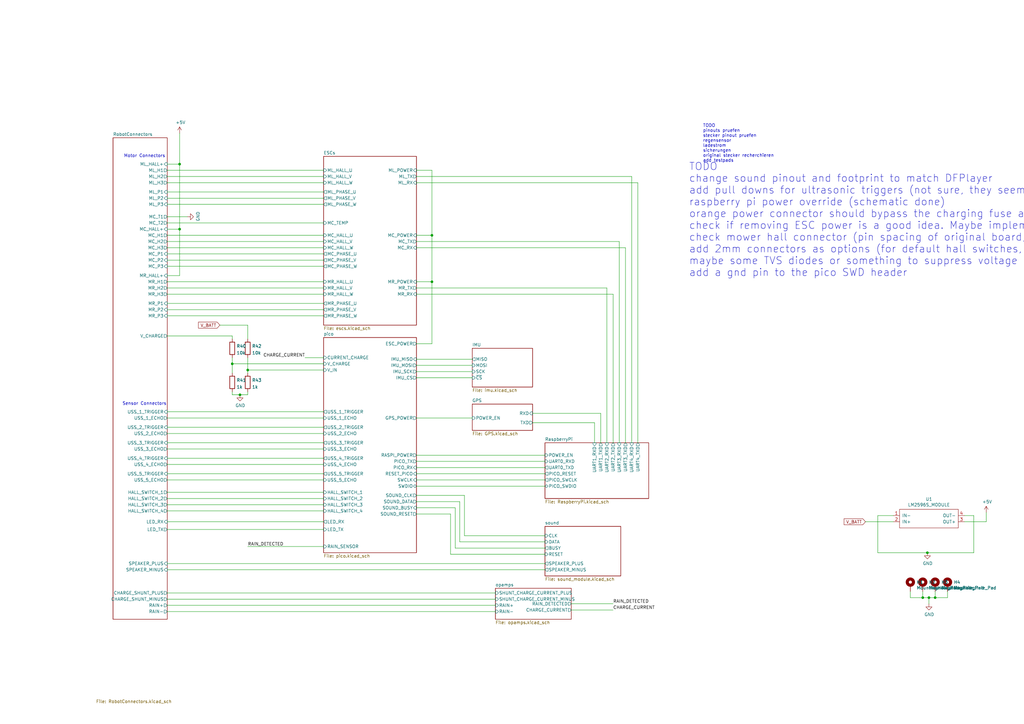
<source format=kicad_sch>
(kicad_sch (version 20211123) (generator eeschema)

  (uuid c454102f-dc92-4550-9492-797fc8e6b49c)

  (paper "A3")

  (lib_symbols
    (symbol "Device:R" (pin_numbers hide) (pin_names (offset 0)) (in_bom yes) (on_board yes)
      (property "Reference" "R" (id 0) (at 2.032 0 90)
        (effects (font (size 1.27 1.27)))
      )
      (property "Value" "R" (id 1) (at 0 0 90)
        (effects (font (size 1.27 1.27)))
      )
      (property "Footprint" "" (id 2) (at -1.778 0 90)
        (effects (font (size 1.27 1.27)) hide)
      )
      (property "Datasheet" "~" (id 3) (at 0 0 0)
        (effects (font (size 1.27 1.27)) hide)
      )
      (property "ki_keywords" "R res resistor" (id 4) (at 0 0 0)
        (effects (font (size 1.27 1.27)) hide)
      )
      (property "ki_description" "Resistor" (id 5) (at 0 0 0)
        (effects (font (size 1.27 1.27)) hide)
      )
      (property "ki_fp_filters" "R_*" (id 6) (at 0 0 0)
        (effects (font (size 1.27 1.27)) hide)
      )
      (symbol "R_0_1"
        (rectangle (start -1.016 -2.54) (end 1.016 2.54)
          (stroke (width 0.254) (type default) (color 0 0 0 0))
          (fill (type none))
        )
      )
      (symbol "R_1_1"
        (pin passive line (at 0 3.81 270) (length 1.27)
          (name "~" (effects (font (size 1.27 1.27))))
          (number "1" (effects (font (size 1.27 1.27))))
        )
        (pin passive line (at 0 -3.81 90) (length 1.27)
          (name "~" (effects (font (size 1.27 1.27))))
          (number "2" (effects (font (size 1.27 1.27))))
        )
      )
    )
    (symbol "Mechanical:MountingHole_Pad" (pin_numbers hide) (pin_names (offset 1.016) hide) (in_bom yes) (on_board yes)
      (property "Reference" "H" (id 0) (at 0 6.35 0)
        (effects (font (size 1.27 1.27)))
      )
      (property "Value" "MountingHole_Pad" (id 1) (at 0 4.445 0)
        (effects (font (size 1.27 1.27)))
      )
      (property "Footprint" "" (id 2) (at 0 0 0)
        (effects (font (size 1.27 1.27)) hide)
      )
      (property "Datasheet" "~" (id 3) (at 0 0 0)
        (effects (font (size 1.27 1.27)) hide)
      )
      (property "ki_keywords" "mounting hole" (id 4) (at 0 0 0)
        (effects (font (size 1.27 1.27)) hide)
      )
      (property "ki_description" "Mounting Hole with connection" (id 5) (at 0 0 0)
        (effects (font (size 1.27 1.27)) hide)
      )
      (property "ki_fp_filters" "MountingHole*Pad*" (id 6) (at 0 0 0)
        (effects (font (size 1.27 1.27)) hide)
      )
      (symbol "MountingHole_Pad_0_1"
        (circle (center 0 1.27) (radius 1.27)
          (stroke (width 1.27) (type default) (color 0 0 0 0))
          (fill (type none))
        )
      )
      (symbol "MountingHole_Pad_1_1"
        (pin input line (at 0 -2.54 90) (length 2.54)
          (name "1" (effects (font (size 1.27 1.27))))
          (number "1" (effects (font (size 1.27 1.27))))
        )
      )
    )
    (symbol "MyModules:LM2596S_MODULE" (pin_names (offset 1.016)) (in_bom yes) (on_board yes)
      (property "Reference" "U" (id 0) (at 0 0 0)
        (effects (font (size 1.27 1.27)))
      )
      (property "Value" "LM2596S_MODULE" (id 1) (at 0 0 0)
        (effects (font (size 1.27 1.27)))
      )
      (property "Footprint" "" (id 2) (at 0 0 0)
        (effects (font (size 1.27 1.27)) hide)
      )
      (property "Datasheet" "" (id 3) (at 0 0 0)
        (effects (font (size 1.27 1.27)) hide)
      )
      (symbol "LM2596S_MODULE_0_1"
        (rectangle (start 12.7 2.54) (end -11.43 10.16)
          (stroke (width 0) (type default) (color 0 0 0 0))
          (fill (type none))
        )
      )
      (symbol "LM2596S_MODULE_1_1"
        (pin power_in line (at 15.24 5.08 180) (length 2.54)
          (name "IN-" (effects (font (size 1.27 1.27))))
          (number "1" (effects (font (size 1.27 1.27))))
        )
        (pin power_in line (at 15.24 7.62 180) (length 2.54)
          (name "IN+" (effects (font (size 1.27 1.27))))
          (number "2" (effects (font (size 1.27 1.27))))
        )
        (pin power_out line (at -13.97 7.62 0) (length 2.54)
          (name "OUT+" (effects (font (size 1.27 1.27))))
          (number "3" (effects (font (size 1.27 1.27))))
        )
        (pin power_out line (at -13.97 5.08 0) (length 2.54)
          (name "OUT-" (effects (font (size 1.27 1.27))))
          (number "4" (effects (font (size 1.27 1.27))))
        )
      )
    )
    (symbol "power:+5V" (power) (pin_names (offset 0)) (in_bom yes) (on_board yes)
      (property "Reference" "#PWR" (id 0) (at 0 -3.81 0)
        (effects (font (size 1.27 1.27)) hide)
      )
      (property "Value" "+5V" (id 1) (at 0 3.556 0)
        (effects (font (size 1.27 1.27)))
      )
      (property "Footprint" "" (id 2) (at 0 0 0)
        (effects (font (size 1.27 1.27)) hide)
      )
      (property "Datasheet" "" (id 3) (at 0 0 0)
        (effects (font (size 1.27 1.27)) hide)
      )
      (property "ki_keywords" "power-flag" (id 4) (at 0 0 0)
        (effects (font (size 1.27 1.27)) hide)
      )
      (property "ki_description" "Power symbol creates a global label with name \"+5V\"" (id 5) (at 0 0 0)
        (effects (font (size 1.27 1.27)) hide)
      )
      (symbol "+5V_0_1"
        (polyline
          (pts
            (xy -0.762 1.27)
            (xy 0 2.54)
          )
          (stroke (width 0) (type default) (color 0 0 0 0))
          (fill (type none))
        )
        (polyline
          (pts
            (xy 0 0)
            (xy 0 2.54)
          )
          (stroke (width 0) (type default) (color 0 0 0 0))
          (fill (type none))
        )
        (polyline
          (pts
            (xy 0 2.54)
            (xy 0.762 1.27)
          )
          (stroke (width 0) (type default) (color 0 0 0 0))
          (fill (type none))
        )
      )
      (symbol "+5V_1_1"
        (pin power_in line (at 0 0 90) (length 0) hide
          (name "+5V" (effects (font (size 1.27 1.27))))
          (number "1" (effects (font (size 1.27 1.27))))
        )
      )
    )
    (symbol "power:GND" (power) (pin_names (offset 0)) (in_bom yes) (on_board yes)
      (property "Reference" "#PWR" (id 0) (at 0 -6.35 0)
        (effects (font (size 1.27 1.27)) hide)
      )
      (property "Value" "GND" (id 1) (at 0 -3.81 0)
        (effects (font (size 1.27 1.27)))
      )
      (property "Footprint" "" (id 2) (at 0 0 0)
        (effects (font (size 1.27 1.27)) hide)
      )
      (property "Datasheet" "" (id 3) (at 0 0 0)
        (effects (font (size 1.27 1.27)) hide)
      )
      (property "ki_keywords" "power-flag" (id 4) (at 0 0 0)
        (effects (font (size 1.27 1.27)) hide)
      )
      (property "ki_description" "Power symbol creates a global label with name \"GND\" , ground" (id 5) (at 0 0 0)
        (effects (font (size 1.27 1.27)) hide)
      )
      (symbol "GND_0_1"
        (polyline
          (pts
            (xy 0 0)
            (xy 0 -1.27)
            (xy 1.27 -1.27)
            (xy 0 -2.54)
            (xy -1.27 -1.27)
            (xy 0 -1.27)
          )
          (stroke (width 0) (type default) (color 0 0 0 0))
          (fill (type none))
        )
      )
      (symbol "GND_1_1"
        (pin power_in line (at 0 0 270) (length 0) hide
          (name "GND" (effects (font (size 1.27 1.27))))
          (number "1" (effects (font (size 1.27 1.27))))
        )
      )
    )
  )

  (junction (at 73.66 93.98) (diameter 0) (color 0 0 0 0)
    (uuid 09550ded-5a25-4877-96b6-f470849fc0d4)
  )
  (junction (at 101.6 151.765) (diameter 0) (color 0 0 0 0)
    (uuid 11cce725-80c8-4a3a-b5ae-cae23f13fa3b)
  )
  (junction (at 95.25 149.225) (diameter 0) (color 0 0 0 0)
    (uuid 2ecb521c-45df-452e-b864-a9a9b0363acd)
  )
  (junction (at 98.425 161.925) (diameter 0) (color 0 0 0 0)
    (uuid 32fc7964-41f9-4591-aeb7-7e9d98abd628)
  )
  (junction (at 381 245.11) (diameter 0) (color 0 0 0 0)
    (uuid 49575217-40b0-4890-8acf-12982cca52b5)
  )
  (junction (at 383.54 245.11) (diameter 0) (color 0 0 0 0)
    (uuid 4a54c707-7b6f-4a3d-a74d-5e3526114aba)
  )
  (junction (at 380.365 226.695) (diameter 0) (color 0 0 0 0)
    (uuid 5f312b85-6822-40a3-b417-2df49696ca2d)
  )
  (junction (at 378.46 245.11) (diameter 0) (color 0 0 0 0)
    (uuid 7760a75a-d74b-4185-b34e-cbc7b2c339b6)
  )
  (junction (at 177.165 115.57) (diameter 0) (color 0 0 0 0)
    (uuid a76113c1-2922-4df9-bfec-52357d6fa44e)
  )
  (junction (at 73.66 67.31) (diameter 0) (color 0 0 0 0)
    (uuid c146db46-9e1b-4b60-907f-8896ce77d02c)
  )
  (junction (at 177.165 96.52) (diameter 0) (color 0 0 0 0)
    (uuid c77af987-ed91-4502-89b7-183e360839df)
  )

  (wire (pts (xy 218.44 169.545) (xy 246.38 169.545))
    (stroke (width 0) (type default) (color 0 0 0 0))
    (uuid 005574af-3fa6-4d8a-a482-cae1358814bd)
  )
  (wire (pts (xy 68.58 213.995) (xy 132.715 213.995))
    (stroke (width 0) (type default) (color 0 0 0 0))
    (uuid 008bf71d-2b6f-4fa4-9b95-24a12b07478a)
  )
  (wire (pts (xy 68.58 217.17) (xy 132.715 217.17))
    (stroke (width 0) (type default) (color 0 0 0 0))
    (uuid 02c78f3d-f260-4ddd-9b78-e921348f536d)
  )
  (wire (pts (xy 188.595 222.25) (xy 188.595 205.74))
    (stroke (width 0) (type default) (color 0 0 0 0))
    (uuid 03e9e2d9-0137-44fd-8fcc-bc1856005b80)
  )
  (wire (pts (xy 68.58 99.06) (xy 132.715 99.06))
    (stroke (width 0) (type default) (color 0 0 0 0))
    (uuid 0820f945-15a3-47cf-9ea4-1d1baff4c3e7)
  )
  (wire (pts (xy 246.38 169.545) (xy 246.38 181.61))
    (stroke (width 0) (type default) (color 0 0 0 0))
    (uuid 098273d1-08f0-4bd9-874d-8cd8779e8510)
  )
  (wire (pts (xy 68.58 190.5) (xy 132.715 190.5))
    (stroke (width 0) (type default) (color 0 0 0 0))
    (uuid 0e4df438-b78d-405f-be29-a94c22bb5094)
  )
  (wire (pts (xy 101.6 224.155) (xy 132.715 224.155))
    (stroke (width 0) (type default) (color 0 0 0 0))
    (uuid 0f717419-8f53-4d0f-b8b7-94b41345ed7e)
  )
  (wire (pts (xy 101.6 153.035) (xy 101.6 151.765))
    (stroke (width 0) (type default) (color 0 0 0 0))
    (uuid 10c69e94-78a1-48cc-9ef9-a4325ae1437d)
  )
  (wire (pts (xy 366.395 211.455) (xy 360.045 211.455))
    (stroke (width 0) (type default) (color 0 0 0 0))
    (uuid 10e52e95-44f3-4059-a86d-dcda603e0623)
  )
  (wire (pts (xy 68.58 104.14) (xy 132.715 104.14))
    (stroke (width 0) (type default) (color 0 0 0 0))
    (uuid 11a24927-4dac-4787-9d0d-a987e78db510)
  )
  (wire (pts (xy 399.415 226.695) (xy 380.365 226.695))
    (stroke (width 0) (type default) (color 0 0 0 0))
    (uuid 142dd724-2a9f-4eea-ab21-209b1bc7ec65)
  )
  (wire (pts (xy 177.165 115.57) (xy 177.165 96.52))
    (stroke (width 0) (type default) (color 0 0 0 0))
    (uuid 1860526f-581a-415b-a2d4-14c8b23c0b1e)
  )
  (wire (pts (xy 95.25 137.795) (xy 95.25 139.065))
    (stroke (width 0) (type default) (color 0 0 0 0))
    (uuid 1900875f-351e-4c48-a641-697938106937)
  )
  (wire (pts (xy 68.58 74.93) (xy 132.715 74.93))
    (stroke (width 0) (type default) (color 0 0 0 0))
    (uuid 1d6bbc25-8579-4bf4-9df9-28d895b233bb)
  )
  (wire (pts (xy 218.44 173.355) (xy 243.84 173.355))
    (stroke (width 0) (type default) (color 0 0 0 0))
    (uuid 1f964eca-ff1c-4a18-b53a-3a9a6bfc09b0)
  )
  (wire (pts (xy 188.595 205.74) (xy 170.815 205.74))
    (stroke (width 0) (type default) (color 0 0 0 0))
    (uuid 24b34402-8abe-4d5e-a438-04f283dbbc4f)
  )
  (wire (pts (xy 170.815 152.4) (xy 193.675 152.4))
    (stroke (width 0) (type default) (color 0 0 0 0))
    (uuid 258769c4-b4ec-4262-9765-8d6ea894f9ce)
  )
  (wire (pts (xy 378.46 242.57) (xy 378.46 245.11))
    (stroke (width 0) (type default) (color 0 0 0 0))
    (uuid 25bc3602-3fb4-4a04-94e3-21ba22562c24)
  )
  (wire (pts (xy 68.58 187.96) (xy 132.715 187.96))
    (stroke (width 0) (type default) (color 0 0 0 0))
    (uuid 26dd1604-b615-4a96-8d69-d6235bb3c52d)
  )
  (wire (pts (xy 381 245.11) (xy 381 247.65))
    (stroke (width 0) (type default) (color 0 0 0 0))
    (uuid 283c990c-ae5a-4e41-a3ad-b40ca29fe90e)
  )
  (wire (pts (xy 68.58 184.15) (xy 132.715 184.15))
    (stroke (width 0) (type default) (color 0 0 0 0))
    (uuid 2b957495-44d4-40e0-a2a6-b951b97ed107)
  )
  (wire (pts (xy 223.52 222.25) (xy 188.595 222.25))
    (stroke (width 0) (type default) (color 0 0 0 0))
    (uuid 2d51708e-58e8-4956-8a25-3dda0c13edfc)
  )
  (wire (pts (xy 68.58 194.31) (xy 132.715 194.31))
    (stroke (width 0) (type default) (color 0 0 0 0))
    (uuid 2efd107f-8265-4a31-995a-8bc49cf62970)
  )
  (wire (pts (xy 170.815 154.94) (xy 193.675 154.94))
    (stroke (width 0) (type default) (color 0 0 0 0))
    (uuid 3586df83-7ea9-49eb-8586-992aac07a652)
  )
  (wire (pts (xy 399.415 211.455) (xy 399.415 226.695))
    (stroke (width 0) (type default) (color 0 0 0 0))
    (uuid 3c8d03bf-f31d-4aa0-b8db-a227ffd7d8d6)
  )
  (wire (pts (xy 95.25 149.225) (xy 95.25 153.035))
    (stroke (width 0) (type default) (color 0 0 0 0))
    (uuid 3e20b410-30bb-4c69-bbfd-74e90c1a087a)
  )
  (wire (pts (xy 68.58 118.11) (xy 132.715 118.11))
    (stroke (width 0) (type default) (color 0 0 0 0))
    (uuid 3f67f2f6-3314-4912-ba1e-58686f5a3f49)
  )
  (wire (pts (xy 90.17 133.35) (xy 101.6 133.35))
    (stroke (width 0) (type default) (color 0 0 0 0))
    (uuid 424ac2e0-bd12-4c9c-812b-8142984a70a1)
  )
  (wire (pts (xy 190.5 203.2) (xy 190.5 219.71))
    (stroke (width 0) (type default) (color 0 0 0 0))
    (uuid 44aff3a0-232e-4b6f-8e75-8b3d086eb701)
  )
  (wire (pts (xy 170.815 140.97) (xy 177.165 140.97))
    (stroke (width 0) (type default) (color 0 0 0 0))
    (uuid 45b0e303-aba2-46ed-97d6-354aa95236cd)
  )
  (wire (pts (xy 101.6 151.765) (xy 132.715 151.765))
    (stroke (width 0) (type default) (color 0 0 0 0))
    (uuid 46900edb-0352-4b18-867d-5c07c86ed420)
  )
  (wire (pts (xy 95.25 160.655) (xy 95.25 161.925))
    (stroke (width 0) (type default) (color 0 0 0 0))
    (uuid 47a8f835-64c5-4faa-ab49-28d9f97224c5)
  )
  (wire (pts (xy 170.815 96.52) (xy 177.165 96.52))
    (stroke (width 0) (type default) (color 0 0 0 0))
    (uuid 49c52568-8476-4c58-ab60-ba9e95f986a3)
  )
  (wire (pts (xy 170.815 149.86) (xy 193.675 149.86))
    (stroke (width 0) (type default) (color 0 0 0 0))
    (uuid 4a748052-c7ad-4085-9dad-6c107ee27103)
  )
  (wire (pts (xy 383.54 245.11) (xy 388.62 245.11))
    (stroke (width 0) (type default) (color 0 0 0 0))
    (uuid 4aa97874-2fd2-414c-b381-9420384c2fd8)
  )
  (wire (pts (xy 373.38 245.11) (xy 378.46 245.11))
    (stroke (width 0) (type default) (color 0 0 0 0))
    (uuid 4b1fce17-dec7-457e-ba3b-a77604e77dc9)
  )
  (wire (pts (xy 223.52 227.33) (xy 184.785 227.33))
    (stroke (width 0) (type default) (color 0 0 0 0))
    (uuid 4bd99621-54e5-4dce-92a4-34d948b83cdf)
  )
  (wire (pts (xy 381 245.11) (xy 383.54 245.11))
    (stroke (width 0) (type default) (color 0 0 0 0))
    (uuid 4cafb73d-1ad8-4d24-acf7-63d78095ae46)
  )
  (wire (pts (xy 68.58 120.65) (xy 132.715 120.65))
    (stroke (width 0) (type default) (color 0 0 0 0))
    (uuid 4d22a81a-8235-4ef1-8546-f2cb33da33a5)
  )
  (wire (pts (xy 73.66 113.03) (xy 73.66 93.98))
    (stroke (width 0) (type default) (color 0 0 0 0))
    (uuid 4d2a9986-608b-4afc-9087-11ab888570ac)
  )
  (wire (pts (xy 68.58 93.98) (xy 73.66 93.98))
    (stroke (width 0) (type default) (color 0 0 0 0))
    (uuid 510ba197-3854-4c6b-ba73-51ecd8407394)
  )
  (wire (pts (xy 68.58 137.795) (xy 95.25 137.795))
    (stroke (width 0) (type default) (color 0 0 0 0))
    (uuid 54b2051e-aaac-4f58-ac76-a93f707c3abe)
  )
  (wire (pts (xy 68.58 204.47) (xy 132.715 204.47))
    (stroke (width 0) (type default) (color 0 0 0 0))
    (uuid 55668632-f7b6-4262-b291-114d27c63596)
  )
  (wire (pts (xy 68.58 67.31) (xy 73.66 67.31))
    (stroke (width 0) (type default) (color 0 0 0 0))
    (uuid 56f50029-b9c6-4fc9-8e1a-ec943df3dc90)
  )
  (wire (pts (xy 95.25 146.685) (xy 95.25 149.225))
    (stroke (width 0) (type default) (color 0 0 0 0))
    (uuid 5ca23ae4-66a2-46ec-ae96-1a1dbe00b58c)
  )
  (wire (pts (xy 170.815 203.2) (xy 190.5 203.2))
    (stroke (width 0) (type default) (color 0 0 0 0))
    (uuid 5cf70042-c561-426d-bf2d-cb18032ef91b)
  )
  (wire (pts (xy 95.25 149.225) (xy 132.715 149.225))
    (stroke (width 0) (type default) (color 0 0 0 0))
    (uuid 5db520a7-3750-45a1-9fd0-a4b05146c5b4)
  )
  (wire (pts (xy 170.815 191.77) (xy 223.52 191.77))
    (stroke (width 0) (type default) (color 0 0 0 0))
    (uuid 61957a74-d52f-4c0d-84c4-d87fd0157d0d)
  )
  (wire (pts (xy 68.58 209.55) (xy 132.715 209.55))
    (stroke (width 0) (type default) (color 0 0 0 0))
    (uuid 61afec29-d5f4-4d52-a2a8-b263a2fcd50d)
  )
  (wire (pts (xy 170.815 194.31) (xy 223.52 194.31))
    (stroke (width 0) (type default) (color 0 0 0 0))
    (uuid 64df10ae-5049-48af-b17b-1db6cb12d326)
  )
  (wire (pts (xy 68.58 81.28) (xy 132.715 81.28))
    (stroke (width 0) (type default) (color 0 0 0 0))
    (uuid 64e76b1e-288d-4619-a345-b53455ed68d0)
  )
  (wire (pts (xy 68.58 78.74) (xy 132.715 78.74))
    (stroke (width 0) (type default) (color 0 0 0 0))
    (uuid 6534d445-078b-4c99-bca1-d0968048f39f)
  )
  (wire (pts (xy 101.6 161.925) (xy 101.6 160.655))
    (stroke (width 0) (type default) (color 0 0 0 0))
    (uuid 675a3e66-d641-4028-83b2-53d07b0c7fba)
  )
  (wire (pts (xy 170.815 147.32) (xy 193.675 147.32))
    (stroke (width 0) (type default) (color 0 0 0 0))
    (uuid 68533ca3-a3eb-4fb7-a42c-d7097bd67abe)
  )
  (wire (pts (xy 68.58 88.9) (xy 76.835 88.9))
    (stroke (width 0) (type default) (color 0 0 0 0))
    (uuid 6ce1e508-96a9-4fd8-89b0-272892dfe871)
  )
  (wire (pts (xy 186.69 208.28) (xy 186.69 224.79))
    (stroke (width 0) (type default) (color 0 0 0 0))
    (uuid 6dc9dccb-5f98-451c-940e-917a59fa1742)
  )
  (wire (pts (xy 170.815 196.85) (xy 223.52 196.85))
    (stroke (width 0) (type default) (color 0 0 0 0))
    (uuid 6f34314e-5136-49ce-aa81-eebca2968f8e)
  )
  (wire (pts (xy 68.58 207.01) (xy 132.715 207.01))
    (stroke (width 0) (type default) (color 0 0 0 0))
    (uuid 73d832d7-2a16-4a0d-a3c7-b1eceb5019e1)
  )
  (wire (pts (xy 261.62 74.93) (xy 261.62 181.61))
    (stroke (width 0) (type default) (color 0 0 0 0))
    (uuid 74d0208d-c728-4d02-9389-a886504c5449)
  )
  (wire (pts (xy 360.045 211.455) (xy 360.045 226.695))
    (stroke (width 0) (type default) (color 0 0 0 0))
    (uuid 74f5ec08-7600-4a0b-a9e4-aae29f9ea08a)
  )
  (wire (pts (xy 404.495 213.995) (xy 404.495 210.185))
    (stroke (width 0) (type default) (color 0 0 0 0))
    (uuid 759788bd-3cb9-4d38-b58c-5cb10b7dca6b)
  )
  (wire (pts (xy 68.58 177.8) (xy 132.715 177.8))
    (stroke (width 0) (type default) (color 0 0 0 0))
    (uuid 769b8d4e-7f1d-4519-a60d-ec596105ac4d)
  )
  (wire (pts (xy 68.58 129.54) (xy 132.715 129.54))
    (stroke (width 0) (type default) (color 0 0 0 0))
    (uuid 769e6278-8c9f-48d2-97a3-d7cf9df81cea)
  )
  (wire (pts (xy 101.6 146.685) (xy 101.6 151.765))
    (stroke (width 0) (type default) (color 0 0 0 0))
    (uuid 7b21f4d8-a977-495f-b22b-d95a3377ff11)
  )
  (wire (pts (xy 170.815 208.28) (xy 186.69 208.28))
    (stroke (width 0) (type default) (color 0 0 0 0))
    (uuid 7b31dae9-823d-4b52-8284-d2c2f9072b5e)
  )
  (wire (pts (xy 256.54 101.6) (xy 256.54 181.61))
    (stroke (width 0) (type default) (color 0 0 0 0))
    (uuid 7b5b98ec-6ff9-472b-aaaf-5aa41805b2d5)
  )
  (wire (pts (xy 190.5 219.71) (xy 223.52 219.71))
    (stroke (width 0) (type default) (color 0 0 0 0))
    (uuid 7ff1f45e-e867-4735-819d-6ea2f681d90e)
  )
  (wire (pts (xy 388.62 245.11) (xy 388.62 242.57))
    (stroke (width 0) (type default) (color 0 0 0 0))
    (uuid 869d6302-ae22-478f-9723-3feacbb12eef)
  )
  (wire (pts (xy 177.165 96.52) (xy 177.165 69.85))
    (stroke (width 0) (type default) (color 0 0 0 0))
    (uuid 88ad44c9-0f05-4ecc-82ac-81fd623edf2b)
  )
  (wire (pts (xy 170.815 171.45) (xy 193.675 171.45))
    (stroke (width 0) (type default) (color 0 0 0 0))
    (uuid 8a60db20-e9dc-4b22-af9a-d21aaafa6443)
  )
  (wire (pts (xy 186.69 224.79) (xy 223.52 224.79))
    (stroke (width 0) (type default) (color 0 0 0 0))
    (uuid 8b6181fd-99b2-4b2d-831c-c0f27239ce42)
  )
  (wire (pts (xy 68.58 175.26) (xy 132.715 175.26))
    (stroke (width 0) (type default) (color 0 0 0 0))
    (uuid 8df59e59-7837-4dba-881b-c123934df075)
  )
  (wire (pts (xy 101.6 133.35) (xy 101.6 139.065))
    (stroke (width 0) (type default) (color 0 0 0 0))
    (uuid 8e15f480-aff5-4f41-91bd-f6819729e3aa)
  )
  (wire (pts (xy 132.715 146.685) (xy 125.095 146.685))
    (stroke (width 0) (type default) (color 0 0 0 0))
    (uuid 953d406a-8586-4ef8-a36c-d16724b1440c)
  )
  (wire (pts (xy 170.815 74.93) (xy 261.62 74.93))
    (stroke (width 0) (type default) (color 0 0 0 0))
    (uuid 967974d8-cb32-450e-a579-60e248549ec3)
  )
  (wire (pts (xy 170.815 118.11) (xy 248.92 118.11))
    (stroke (width 0) (type default) (color 0 0 0 0))
    (uuid 97283267-2351-499f-b98a-71bf3a0081c3)
  )
  (wire (pts (xy 68.58 72.39) (xy 132.715 72.39))
    (stroke (width 0) (type default) (color 0 0 0 0))
    (uuid 997d7d31-60f4-407c-a889-2cbc812d969c)
  )
  (wire (pts (xy 243.84 173.355) (xy 243.84 181.61))
    (stroke (width 0) (type default) (color 0 0 0 0))
    (uuid 9a1448a0-d591-43ec-855e-e22eae48c9b6)
  )
  (wire (pts (xy 73.66 67.31) (xy 73.66 93.98))
    (stroke (width 0) (type default) (color 0 0 0 0))
    (uuid 9c4105a2-1b64-4b61-a355-e77679978e69)
  )
  (wire (pts (xy 68.58 243.205) (xy 203.2 243.205))
    (stroke (width 0) (type default) (color 0 0 0 0))
    (uuid a6ea5284-2cb4-4674-8021-96dbdea68536)
  )
  (wire (pts (xy 73.66 67.31) (xy 73.66 54.61))
    (stroke (width 0) (type default) (color 0 0 0 0))
    (uuid a970396a-a12b-4bde-aa55-2ee1eade5793)
  )
  (wire (pts (xy 68.58 168.91) (xy 132.715 168.91))
    (stroke (width 0) (type default) (color 0 0 0 0))
    (uuid a9cab050-9539-45f5-a17c-541c940f2d5c)
  )
  (wire (pts (xy 170.815 199.39) (xy 223.52 199.39))
    (stroke (width 0) (type default) (color 0 0 0 0))
    (uuid ad01dcdc-efb7-4e74-9e97-3a87d57de8eb)
  )
  (wire (pts (xy 68.58 91.44) (xy 132.715 91.44))
    (stroke (width 0) (type default) (color 0 0 0 0))
    (uuid ade09a4f-3cbe-410e-966f-886d4c6f31ae)
  )
  (wire (pts (xy 68.58 69.85) (xy 132.715 69.85))
    (stroke (width 0) (type default) (color 0 0 0 0))
    (uuid b55b7937-462a-4af8-97e2-25fac03dc0f7)
  )
  (wire (pts (xy 68.58 96.52) (xy 132.715 96.52))
    (stroke (width 0) (type default) (color 0 0 0 0))
    (uuid b66fdd2e-f805-4bf1-b160-80a9f1a920ac)
  )
  (wire (pts (xy 68.58 196.85) (xy 132.715 196.85))
    (stroke (width 0) (type default) (color 0 0 0 0))
    (uuid b76af295-cb94-4e36-838e-0bcc0bbb1e67)
  )
  (wire (pts (xy 68.58 124.46) (xy 132.715 124.46))
    (stroke (width 0) (type default) (color 0 0 0 0))
    (uuid b8c3c954-2b70-44da-ad2f-74a25a972588)
  )
  (wire (pts (xy 234.315 250.19) (xy 251.46 250.19))
    (stroke (width 0) (type default) (color 0 0 0 0))
    (uuid bb090b51-ce42-407e-ab32-d70b20774e00)
  )
  (wire (pts (xy 177.165 69.85) (xy 170.815 69.85))
    (stroke (width 0) (type default) (color 0 0 0 0))
    (uuid be514858-45c8-487e-9036-e8f28883b839)
  )
  (wire (pts (xy 259.08 72.39) (xy 259.08 181.61))
    (stroke (width 0) (type default) (color 0 0 0 0))
    (uuid c1232b11-e397-4af6-8e0d-ab8d79b0dec0)
  )
  (wire (pts (xy 68.58 115.57) (xy 132.715 115.57))
    (stroke (width 0) (type default) (color 0 0 0 0))
    (uuid c14e425c-efa1-4ead-94d2-097e31f0be2e)
  )
  (wire (pts (xy 378.46 245.11) (xy 381 245.11))
    (stroke (width 0) (type default) (color 0 0 0 0))
    (uuid c1bac86f-cbf6-4c5b-b60d-c26fa73d9c09)
  )
  (wire (pts (xy 68.58 83.82) (xy 132.715 83.82))
    (stroke (width 0) (type default) (color 0 0 0 0))
    (uuid c318a61a-f011-4343-ae73-5cc72cf3d88c)
  )
  (wire (pts (xy 68.58 233.68) (xy 223.52 233.68))
    (stroke (width 0) (type default) (color 0 0 0 0))
    (uuid c3660adb-3e9e-47bc-97c0-28322ad08c9f)
  )
  (wire (pts (xy 68.58 127) (xy 132.715 127))
    (stroke (width 0) (type default) (color 0 0 0 0))
    (uuid c4536ddd-217b-482a-9007-2477bb0cbd45)
  )
  (wire (pts (xy 184.785 210.82) (xy 170.815 210.82))
    (stroke (width 0) (type default) (color 0 0 0 0))
    (uuid c5503ef7-0aa1-4fb6-8d39-9d5dc7f2c984)
  )
  (wire (pts (xy 68.58 250.825) (xy 203.2 250.825))
    (stroke (width 0) (type default) (color 0 0 0 0))
    (uuid c625b2ec-65c8-474d-b5d8-2864ec90cb26)
  )
  (wire (pts (xy 170.815 115.57) (xy 177.165 115.57))
    (stroke (width 0) (type default) (color 0 0 0 0))
    (uuid c6684d50-2064-47cc-89ee-474a85d71ece)
  )
  (wire (pts (xy 170.815 189.23) (xy 223.52 189.23))
    (stroke (width 0) (type default) (color 0 0 0 0))
    (uuid c92b1eb1-6573-4077-aa65-0b9c5816b8e8)
  )
  (wire (pts (xy 177.165 140.97) (xy 177.165 115.57))
    (stroke (width 0) (type default) (color 0 0 0 0))
    (uuid c9bd7231-ccc3-4f1c-8124-98056a0a7798)
  )
  (wire (pts (xy 254 99.06) (xy 254 181.61))
    (stroke (width 0) (type default) (color 0 0 0 0))
    (uuid ca976671-6130-47f7-ab5b-04ca8e912617)
  )
  (wire (pts (xy 184.785 210.82) (xy 184.785 227.33))
    (stroke (width 0) (type default) (color 0 0 0 0))
    (uuid cdb25dc4-ce44-4d36-9f20-9854c613300c)
  )
  (wire (pts (xy 68.58 245.745) (xy 203.2 245.745))
    (stroke (width 0) (type default) (color 0 0 0 0))
    (uuid cff31c05-71fd-4ef2-a5bf-e274fb8fe81b)
  )
  (wire (pts (xy 170.815 101.6) (xy 256.54 101.6))
    (stroke (width 0) (type default) (color 0 0 0 0))
    (uuid d04eae05-0e75-4ac7-82e2-bf3d325f18fa)
  )
  (wire (pts (xy 98.425 161.925) (xy 101.6 161.925))
    (stroke (width 0) (type default) (color 0 0 0 0))
    (uuid d11a458d-b760-4c9d-892e-0e8265e4e258)
  )
  (wire (pts (xy 68.58 106.68) (xy 132.715 106.68))
    (stroke (width 0) (type default) (color 0 0 0 0))
    (uuid d3b6dacf-e819-4520-b624-c3cec182a688)
  )
  (wire (pts (xy 251.46 120.65) (xy 251.46 181.61))
    (stroke (width 0) (type default) (color 0 0 0 0))
    (uuid d5dd25b6-5c8e-488f-a233-c3d2774f71dd)
  )
  (wire (pts (xy 373.38 242.57) (xy 373.38 245.11))
    (stroke (width 0) (type default) (color 0 0 0 0))
    (uuid d66d3c12-11ce-4566-9a45-962e329503d8)
  )
  (wire (pts (xy 68.58 113.03) (xy 73.66 113.03))
    (stroke (width 0) (type default) (color 0 0 0 0))
    (uuid d76055f9-1a4b-49dc-9d72-6c313d6a5ef3)
  )
  (wire (pts (xy 95.25 161.925) (xy 98.425 161.925))
    (stroke (width 0) (type default) (color 0 0 0 0))
    (uuid d7773468-3302-4a19-9266-ff022cb2f7d1)
  )
  (wire (pts (xy 68.58 231.14) (xy 223.52 231.14))
    (stroke (width 0) (type default) (color 0 0 0 0))
    (uuid d9a6e3d1-d241-4b38-885c-e2d83e779c38)
  )
  (wire (pts (xy 170.815 120.65) (xy 251.46 120.65))
    (stroke (width 0) (type default) (color 0 0 0 0))
    (uuid da0edede-9c03-4fdf-841f-99ba8b87d3c6)
  )
  (wire (pts (xy 170.815 72.39) (xy 259.08 72.39))
    (stroke (width 0) (type default) (color 0 0 0 0))
    (uuid dc6f6c73-b722-4f8a-b773-c3515f15198c)
  )
  (wire (pts (xy 354.965 213.995) (xy 366.395 213.995))
    (stroke (width 0) (type default) (color 0 0 0 0))
    (uuid dd65e037-ea97-4091-b42c-df7976b6430c)
  )
  (wire (pts (xy 68.58 248.285) (xy 203.2 248.285))
    (stroke (width 0) (type default) (color 0 0 0 0))
    (uuid de4c3791-a8f2-4358-a373-8ae684b5e3e0)
  )
  (wire (pts (xy 170.815 99.06) (xy 254 99.06))
    (stroke (width 0) (type default) (color 0 0 0 0))
    (uuid df39d11b-3f66-4f3d-a8b9-ab4e0d98bb1e)
  )
  (wire (pts (xy 383.54 242.57) (xy 383.54 245.11))
    (stroke (width 0) (type default) (color 0 0 0 0))
    (uuid e1b88aa4-d887-4eea-83ff-5c009f4390c4)
  )
  (wire (pts (xy 395.605 211.455) (xy 399.415 211.455))
    (stroke (width 0) (type default) (color 0 0 0 0))
    (uuid e70b6168-f98e-4322-bc55-500948ef7b77)
  )
  (wire (pts (xy 68.58 109.22) (xy 132.715 109.22))
    (stroke (width 0) (type default) (color 0 0 0 0))
    (uuid e844a6d4-3b7a-43f4-b4a0-7c7703d5ce98)
  )
  (wire (pts (xy 170.815 186.69) (xy 223.52 186.69))
    (stroke (width 0) (type default) (color 0 0 0 0))
    (uuid ed085f45-490f-496b-858f-3a61845c236f)
  )
  (wire (pts (xy 380.365 226.695) (xy 360.045 226.695))
    (stroke (width 0) (type default) (color 0 0 0 0))
    (uuid ee29d712-3378-4507-a00b-003526b29bb1)
  )
  (wire (pts (xy 68.58 171.45) (xy 132.715 171.45))
    (stroke (width 0) (type default) (color 0 0 0 0))
    (uuid f38b701f-acb7-4138-b23a-e4a8b7749c3f)
  )
  (wire (pts (xy 395.605 213.995) (xy 404.495 213.995))
    (stroke (width 0) (type default) (color 0 0 0 0))
    (uuid f44d04c5-0d17-4d52-8328-ef3b4fdfba5f)
  )
  (wire (pts (xy 68.58 201.93) (xy 132.715 201.93))
    (stroke (width 0) (type default) (color 0 0 0 0))
    (uuid f58e00ba-b1a8-4366-9dd4-020fa9b48988)
  )
  (wire (pts (xy 248.92 118.11) (xy 248.92 181.61))
    (stroke (width 0) (type default) (color 0 0 0 0))
    (uuid f8815044-1df5-4374-a72d-8932414285b5)
  )
  (wire (pts (xy 68.58 181.61) (xy 132.715 181.61))
    (stroke (width 0) (type default) (color 0 0 0 0))
    (uuid f9e21df9-3084-4101-8eed-df90e92e3dc1)
  )
  (wire (pts (xy 234.315 247.65) (xy 251.46 247.65))
    (stroke (width 0) (type default) (color 0 0 0 0))
    (uuid fad9340f-4b6e-452e-ae29-c2b680269d2a)
  )
  (wire (pts (xy 68.58 101.6) (xy 132.715 101.6))
    (stroke (width 0) (type default) (color 0 0 0 0))
    (uuid fce8ed09-60fa-4b3c-b615-829d2bab544b)
  )

  (text "TODO\nchange sound pinout and footprint to match DFPlayer\nadd pull downs for ultrasonic triggers (not sure, they seem to have pull-ups, wtf)\nraspberry pi power override (schematic done)\norange power connector should bypass the charging fuse and diode\ncheck if removing ESC power is a good idea. Maybe implement shutdown pin instead (firmware support is ready)\ncheck mower hall connector (pin spacing of original board, electric is OK)\nadd 2mm connectors as options (for default hall switches, USS are fine with 2.54 only)\nmaybe some TVS diodes or something to suppress voltage spikes on vin?\nadd a gnd pin to the pico SWD header"
    (at 282.575 113.665 0)
    (effects (font (size 3 3)) (justify left bottom))
    (uuid 05c95e20-b8ce-45a0-abe6-40ea1ba1906f)
  )
  (text "Sensor Connectors" (at 50.165 166.37 0)
    (effects (font (size 1.27 1.27)) (justify left bottom))
    (uuid 5fddebe3-26dc-43a3-9abd-0cc12ded5aeb)
  )
  (text "TODO\npinouts pruefen\nstecker pinout pruefen\nregensensor\nladestrom\nsicherungen\noriginal stecker recherchieren\nadd testpads"
    (at 288.29 66.675 0)
    (effects (font (size 1.27 1.27)) (justify left bottom))
    (uuid ad7fd39c-2ba4-4f5d-93a3-cf73f20e2b26)
  )
  (text "Motor Connectors" (at 50.8 64.77 0)
    (effects (font (size 1.27 1.27)) (justify left bottom))
    (uuid d8853240-0b36-4575-a768-d15ca97ab24d)
  )

  (label "RAIN_DETECTED" (at 251.46 247.65 0)
    (effects (font (size 1.27 1.27)) (justify left bottom))
    (uuid 151e5d6f-db2c-4cff-9f93-132440c3f951)
  )
  (label "RAIN_DETECTED" (at 101.6 224.155 0)
    (effects (font (size 1.27 1.27)) (justify left bottom))
    (uuid 5b903466-680e-4c70-82bc-4043a737c739)
  )
  (label "CHARGE_CURRENT" (at 125.095 146.685 180)
    (effects (font (size 1.27 1.27)) (justify right bottom))
    (uuid 85304938-f609-4353-a450-f7805a6557f8)
  )
  (label "CHARGE_CURRENT" (at 251.46 250.19 0)
    (effects (font (size 1.27 1.27)) (justify left bottom))
    (uuid 8e7d8538-861e-431f-828d-78f6d4422736)
  )

  (global_label "V_BATT" (shape input) (at 354.965 213.995 180) (fields_autoplaced)
    (effects (font (size 1.27 1.27)) (justify right))
    (uuid add525c1-01b1-438a-87e8-0f5fb97e0336)
    (property "Intersheet References" "${INTERSHEET_REFS}" (id 0) (at 346.2908 214.0744 0)
      (effects (font (size 1.27 1.27)) (justify right) hide)
    )
  )
  (global_label "V_BATT" (shape input) (at 90.17 133.35 180) (fields_autoplaced)
    (effects (font (size 1.27 1.27)) (justify right))
    (uuid f32e7f9e-ee79-4e50-a60a-765950f0eaf0)
    (property "Intersheet References" "${INTERSHEET_REFS}" (id 0) (at 81.4958 133.4294 0)
      (effects (font (size 1.27 1.27)) (justify right) hide)
    )
  )

  (symbol (lib_id "Mechanical:MountingHole_Pad") (at 373.38 240.03 0) (unit 1)
    (in_bom yes) (on_board yes)
    (uuid 00000000-0000-0000-0000-000060ffea54)
    (property "Reference" "H1" (id 0) (at 375.92 238.7854 0)
      (effects (font (size 1.27 1.27)) (justify left))
    )
    (property "Value" "MountingHole_Pad" (id 1) (at 375.92 241.0968 0)
      (effects (font (size 1.27 1.27)) (justify left))
    )
    (property "Footprint" "MountingHole:MountingHole_5mm_Pad" (id 2) (at 373.38 240.03 0)
      (effects (font (size 1.27 1.27)) hide)
    )
    (property "Datasheet" "~" (id 3) (at 373.38 240.03 0)
      (effects (font (size 1.27 1.27)) hide)
    )
    (pin "1" (uuid a4d862a4-6897-4da3-b945-294834e2e176))
  )

  (symbol (lib_id "Mechanical:MountingHole_Pad") (at 378.46 240.03 0) (unit 1)
    (in_bom yes) (on_board yes)
    (uuid 00000000-0000-0000-0000-000060fff53b)
    (property "Reference" "H2" (id 0) (at 381 238.7854 0)
      (effects (font (size 1.27 1.27)) (justify left))
    )
    (property "Value" "MountingHole_Pad" (id 1) (at 381 241.0968 0)
      (effects (font (size 1.27 1.27)) (justify left))
    )
    (property "Footprint" "MountingHole:MountingHole_5mm_Pad" (id 2) (at 378.46 240.03 0)
      (effects (font (size 1.27 1.27)) hide)
    )
    (property "Datasheet" "~" (id 3) (at 378.46 240.03 0)
      (effects (font (size 1.27 1.27)) hide)
    )
    (pin "1" (uuid 8401c493-7b61-4477-a520-d28a456af5bd))
  )

  (symbol (lib_id "Mechanical:MountingHole_Pad") (at 383.54 240.03 0) (unit 1)
    (in_bom yes) (on_board yes)
    (uuid 00000000-0000-0000-0000-000060fff6e7)
    (property "Reference" "H3" (id 0) (at 386.08 238.7854 0)
      (effects (font (size 1.27 1.27)) (justify left))
    )
    (property "Value" "MountingHole_Pad" (id 1) (at 386.08 241.0968 0)
      (effects (font (size 1.27 1.27)) (justify left))
    )
    (property "Footprint" "MountingHole:MountingHole_5mm_Pad" (id 2) (at 383.54 240.03 0)
      (effects (font (size 1.27 1.27)) hide)
    )
    (property "Datasheet" "~" (id 3) (at 383.54 240.03 0)
      (effects (font (size 1.27 1.27)) hide)
    )
    (pin "1" (uuid be309bd8-6fd6-4688-8901-0a4292a1734f))
  )

  (symbol (lib_id "Mechanical:MountingHole_Pad") (at 388.62 240.03 0) (unit 1)
    (in_bom yes) (on_board yes)
    (uuid 00000000-0000-0000-0000-000060fff86d)
    (property "Reference" "H4" (id 0) (at 391.16 238.7854 0)
      (effects (font (size 1.27 1.27)) (justify left))
    )
    (property "Value" "MountingHole_Pad" (id 1) (at 391.16 241.0968 0)
      (effects (font (size 1.27 1.27)) (justify left))
    )
    (property "Footprint" "MountingHole:MountingHole_5mm_Pad" (id 2) (at 388.62 240.03 0)
      (effects (font (size 1.27 1.27)) hide)
    )
    (property "Datasheet" "~" (id 3) (at 388.62 240.03 0)
      (effects (font (size 1.27 1.27)) hide)
    )
    (pin "1" (uuid 6998024a-c7f3-4b4c-aee2-b3186e7c6310))
  )

  (symbol (lib_id "power:GND") (at 381 247.65 0) (unit 1)
    (in_bom yes) (on_board yes)
    (uuid 00000000-0000-0000-0000-00006100925a)
    (property "Reference" "#PWR0102" (id 0) (at 381 254 0)
      (effects (font (size 1.27 1.27)) hide)
    )
    (property "Value" "GND" (id 1) (at 381.127 252.0442 0))
    (property "Footprint" "" (id 2) (at 381 247.65 0)
      (effects (font (size 1.27 1.27)) hide)
    )
    (property "Datasheet" "" (id 3) (at 381 247.65 0)
      (effects (font (size 1.27 1.27)) hide)
    )
    (pin "1" (uuid 9eb8478f-10cf-4419-ba97-7cfe16c3f734))
  )

  (symbol (lib_id "MyModules:LM2596S_MODULE") (at 381.635 206.375 180) (unit 1)
    (in_bom yes) (on_board yes)
    (uuid 00000000-0000-0000-0000-00006107bce5)
    (property "Reference" "U1" (id 0) (at 381 204.724 0))
    (property "Value" "LM2596S_MODULE" (id 1) (at 381 207.0354 0))
    (property "Footprint" "MyModules:LM2596S_MODULE" (id 2) (at 381.635 206.375 0)
      (effects (font (size 1.27 1.27)) hide)
    )
    (property "Datasheet" "" (id 3) (at 381.635 206.375 0)
      (effects (font (size 1.27 1.27)) hide)
    )
    (pin "1" (uuid eb3ccc11-714d-4a30-9d3f-523ef033f673))
    (pin "2" (uuid d491e79f-9780-4662-9daf-f546943732f7))
    (pin "3" (uuid 99cf65b6-7fd1-4279-ac95-e2f48809fbd6))
    (pin "4" (uuid 7f4e060b-9e6c-44f5-9022-212391e75ec4))
  )

  (symbol (lib_id "power:GND") (at 380.365 226.695 0) (unit 1)
    (in_bom yes) (on_board yes)
    (uuid 00000000-0000-0000-0000-00006107f1e8)
    (property "Reference" "#PWR0106" (id 0) (at 380.365 233.045 0)
      (effects (font (size 1.27 1.27)) hide)
    )
    (property "Value" "GND" (id 1) (at 380.492 231.0892 0))
    (property "Footprint" "" (id 2) (at 380.365 226.695 0)
      (effects (font (size 1.27 1.27)) hide)
    )
    (property "Datasheet" "" (id 3) (at 380.365 226.695 0)
      (effects (font (size 1.27 1.27)) hide)
    )
    (pin "1" (uuid a46add62-753b-456e-a282-90ef65be7767))
  )

  (symbol (lib_id "power:+5V") (at 404.495 210.185 0) (unit 1)
    (in_bom yes) (on_board yes)
    (uuid 00000000-0000-0000-0000-00006107f5fe)
    (property "Reference" "#PWR0107" (id 0) (at 404.495 213.995 0)
      (effects (font (size 1.27 1.27)) hide)
    )
    (property "Value" "+5V" (id 1) (at 404.876 205.7908 0))
    (property "Footprint" "" (id 2) (at 404.495 210.185 0)
      (effects (font (size 1.27 1.27)) hide)
    )
    (property "Datasheet" "" (id 3) (at 404.495 210.185 0)
      (effects (font (size 1.27 1.27)) hide)
    )
    (pin "1" (uuid 7da58a34-37c3-40d8-8315-d148180c205b))
  )

  (symbol (lib_id "Device:R") (at 101.6 156.845 180) (unit 1)
    (in_bom yes) (on_board yes) (fields_autoplaced)
    (uuid 337218a4-f7e6-49fb-bf47-c6a7dfeb6461)
    (property "Reference" "R43" (id 0) (at 103.378 155.9365 0)
      (effects (font (size 1.27 1.27)) (justify right))
    )
    (property "Value" "1k" (id 1) (at 103.378 158.7116 0)
      (effects (font (size 1.27 1.27)) (justify right))
    )
    (property "Footprint" "Resistor_SMD:R_0805_2012Metric_Pad1.20x1.40mm_HandSolder" (id 2) (at 103.378 156.845 90)
      (effects (font (size 1.27 1.27)) hide)
    )
    (property "Datasheet" "~" (id 3) (at 101.6 156.845 0)
      (effects (font (size 1.27 1.27)) hide)
    )
    (pin "1" (uuid 783de35c-70d2-4375-bbfe-9e7888c0ca0a))
    (pin "2" (uuid dcef7be2-ba0b-45f5-9f06-13bdf4784a69))
  )

  (symbol (lib_id "Device:R") (at 101.6 142.875 180) (unit 1)
    (in_bom yes) (on_board yes) (fields_autoplaced)
    (uuid 39149ed3-901e-42ad-8979-f89404722e91)
    (property "Reference" "R42" (id 0) (at 103.378 141.9665 0)
      (effects (font (size 1.27 1.27)) (justify right))
    )
    (property "Value" "10k" (id 1) (at 103.378 144.7416 0)
      (effects (font (size 1.27 1.27)) (justify right))
    )
    (property "Footprint" "Resistor_SMD:R_0805_2012Metric_Pad1.20x1.40mm_HandSolder" (id 2) (at 103.378 142.875 90)
      (effects (font (size 1.27 1.27)) hide)
    )
    (property "Datasheet" "~" (id 3) (at 101.6 142.875 0)
      (effects (font (size 1.27 1.27)) hide)
    )
    (pin "1" (uuid c86481ca-191d-4de6-925b-cce4801bbb5c))
    (pin "2" (uuid da6c81e0-a124-4cc7-bc61-6d3179e3456e))
  )

  (symbol (lib_id "power:GND") (at 98.425 161.925 0) (unit 1)
    (in_bom yes) (on_board yes)
    (uuid 6fa195f5-b642-4845-adbc-c17568efcf28)
    (property "Reference" "#PWR0112" (id 0) (at 98.425 168.275 0)
      (effects (font (size 1.27 1.27)) hide)
    )
    (property "Value" "GND" (id 1) (at 98.552 166.3192 0))
    (property "Footprint" "" (id 2) (at 98.425 161.925 0)
      (effects (font (size 1.27 1.27)) hide)
    )
    (property "Datasheet" "" (id 3) (at 98.425 161.925 0)
      (effects (font (size 1.27 1.27)) hide)
    )
    (pin "1" (uuid c3352541-6c78-4a38-8b4c-af946c23773f))
  )

  (symbol (lib_id "power:GND") (at 76.835 88.9 90) (unit 1)
    (in_bom yes) (on_board yes)
    (uuid 70f10a57-2f3c-42e6-acfc-8037f12c833f)
    (property "Reference" "#PWR0110" (id 0) (at 83.185 88.9 0)
      (effects (font (size 1.27 1.27)) hide)
    )
    (property "Value" "GND" (id 1) (at 81.2292 88.773 0))
    (property "Footprint" "" (id 2) (at 76.835 88.9 0)
      (effects (font (size 1.27 1.27)) hide)
    )
    (property "Datasheet" "" (id 3) (at 76.835 88.9 0)
      (effects (font (size 1.27 1.27)) hide)
    )
    (pin "1" (uuid 7aa1f650-5e03-4fc7-bec0-fb6e24a0cc27))
  )

  (symbol (lib_id "Device:R") (at 95.25 156.845 180) (unit 1)
    (in_bom yes) (on_board yes) (fields_autoplaced)
    (uuid 7b887eee-ab07-4f75-8ece-2dd3309fa85e)
    (property "Reference" "R41" (id 0) (at 97.028 155.9365 0)
      (effects (font (size 1.27 1.27)) (justify right))
    )
    (property "Value" "1k" (id 1) (at 97.028 158.7116 0)
      (effects (font (size 1.27 1.27)) (justify right))
    )
    (property "Footprint" "Resistor_SMD:R_0805_2012Metric_Pad1.20x1.40mm_HandSolder" (id 2) (at 97.028 156.845 90)
      (effects (font (size 1.27 1.27)) hide)
    )
    (property "Datasheet" "~" (id 3) (at 95.25 156.845 0)
      (effects (font (size 1.27 1.27)) hide)
    )
    (pin "1" (uuid 170902de-7bc2-4a28-9ccc-7deb9c69ed93))
    (pin "2" (uuid 9a242560-9a4e-4d9a-8199-ce9999f33360))
  )

  (symbol (lib_id "Device:R") (at 95.25 142.875 180) (unit 1)
    (in_bom yes) (on_board yes) (fields_autoplaced)
    (uuid c232cb11-8a68-4dce-bb4f-c439c1318049)
    (property "Reference" "R40" (id 0) (at 97.028 141.9665 0)
      (effects (font (size 1.27 1.27)) (justify right))
    )
    (property "Value" "10k" (id 1) (at 97.028 144.7416 0)
      (effects (font (size 1.27 1.27)) (justify right))
    )
    (property "Footprint" "Resistor_SMD:R_0805_2012Metric_Pad1.20x1.40mm_HandSolder" (id 2) (at 97.028 142.875 90)
      (effects (font (size 1.27 1.27)) hide)
    )
    (property "Datasheet" "~" (id 3) (at 95.25 142.875 0)
      (effects (font (size 1.27 1.27)) hide)
    )
    (pin "1" (uuid 52fdbe48-59a5-4ba3-990d-549b897421f5))
    (pin "2" (uuid eaf2b716-3b32-439b-951a-5da9561ff14d))
  )

  (symbol (lib_id "power:+5V") (at 73.66 54.61 0) (unit 1)
    (in_bom yes) (on_board yes)
    (uuid d7f5c695-b6ba-43c4-aa3a-cfd8c57616e0)
    (property "Reference" "#PWR0117" (id 0) (at 73.66 58.42 0)
      (effects (font (size 1.27 1.27)) hide)
    )
    (property "Value" "+5V" (id 1) (at 74.041 50.2158 0))
    (property "Footprint" "" (id 2) (at 73.66 54.61 0)
      (effects (font (size 1.27 1.27)) hide)
    )
    (property "Datasheet" "" (id 3) (at 73.66 54.61 0)
      (effects (font (size 1.27 1.27)) hide)
    )
    (pin "1" (uuid c3ac2058-21ba-49e8-8400-623bb4f39dc5))
  )

  (sheet (at 46.355 56.515) (size 22.225 197.485)
    (stroke (width 0) (type solid) (color 0 0 0 0))
    (fill (color 0 0 0 0.0000))
    (uuid 00000000-0000-0000-0000-000061040c60)
    (property "Sheet name" "RobotConnectors" (id 0) (at 46.355 55.8034 0)
      (effects (font (size 1.27 1.27)) (justify left bottom))
    )
    (property "Sheet file" "RobotConnectors.kicad_sch" (id 1) (at 39.37 286.9696 0)
      (effects (font (size 1.27 1.27)) (justify left top))
    )
    (pin "MR_P3" input (at 68.58 129.54 0)
      (effects (font (size 1.27 1.27)) (justify right))
      (uuid 269f19c3-6824-45a8-be29-fa58d70cbb42)
    )
    (pin "MR_P2" input (at 68.58 127 0)
      (effects (font (size 1.27 1.27)) (justify right))
      (uuid da481376-0e49-44d3-91b8-aaa39b869dd1)
    )
    (pin "MR_P1" input (at 68.58 124.46 0)
      (effects (font (size 1.27 1.27)) (justify right))
      (uuid f988d6ea-11c5-4837-b1d1-5c292ded50c6)
    )
    (pin "MC_P3" input (at 68.58 109.22 0)
      (effects (font (size 1.27 1.27)) (justify right))
      (uuid d3e133b7-2c84-4206-a2b1-e693cb57fe56)
    )
    (pin "MC_P2" input (at 68.58 106.68 0)
      (effects (font (size 1.27 1.27)) (justify right))
      (uuid 9aaeec6e-84fe-4644-b0bc-5de24626ff48)
    )
    (pin "MC_P1" input (at 68.58 104.14 0)
      (effects (font (size 1.27 1.27)) (justify right))
      (uuid 2e0a9f64-1b78-4597-8d50-d12d2268a95a)
    )
    (pin "ML_P2" input (at 68.58 81.28 0)
      (effects (font (size 1.27 1.27)) (justify right))
      (uuid 1dfbf353-5b24-4c0f-8322-8fcd514ae75e)
    )
    (pin "ML_P1" input (at 68.58 78.74 0)
      (effects (font (size 1.27 1.27)) (justify right))
      (uuid e0c7ddff-8c90-465f-be62-21fb49b059fa)
    )
    (pin "ML_H1" output (at 68.58 69.85 0)
      (effects (font (size 1.27 1.27)) (justify right))
      (uuid 337e8520-cbd2-42c0-8d17-743bab17cbbd)
    )
    (pin "ML_H2" output (at 68.58 72.39 0)
      (effects (font (size 1.27 1.27)) (justify right))
      (uuid fdc60c06-30fa-4dfb-96b4-809b755999e1)
    )
    (pin "ML_H3" output (at 68.58 74.93 0)
      (effects (font (size 1.27 1.27)) (justify right))
      (uuid f0ff5d1c-5481-4958-b844-4f68a17d4166)
    )
    (pin "MC_T1" output (at 68.58 88.9 0)
      (effects (font (size 1.27 1.27)) (justify right))
      (uuid 96db52e2-6336-4f5e-846e-528c594d0509)
    )
    (pin "MC_T2" output (at 68.58 91.44 0)
      (effects (font (size 1.27 1.27)) (justify right))
      (uuid 59fc765e-1357-4c94-9529-5635418c7d73)
    )
    (pin "MR_H1" output (at 68.58 115.57 0)
      (effects (font (size 1.27 1.27)) (justify right))
      (uuid 89a8e170-a222-41c0-b545-c9f4c5604011)
    )
    (pin "MR_H2" output (at 68.58 118.11 0)
      (effects (font (size 1.27 1.27)) (justify right))
      (uuid 9529c01f-e1cd-40be-b7f0-83780a544249)
    )
    (pin "MR_H3" output (at 68.58 120.65 0)
      (effects (font (size 1.27 1.27)) (justify right))
      (uuid d68e5ddb-039c-483f-88a3-1b0b7964b482)
    )
    (pin "V_CHARGE" output (at 68.58 137.795 0)
      (effects (font (size 1.27 1.27)) (justify right))
      (uuid 6f580eb1-88cc-489d-a7ca-9efa5e590715)
    )
    (pin "MC_H1" output (at 68.58 96.52 0)
      (effects (font (size 1.27 1.27)) (justify right))
      (uuid dde8619c-5a8c-40eb-9845-65e6a654222d)
    )
    (pin "MC_H2" output (at 68.58 99.06 0)
      (effects (font (size 1.27 1.27)) (justify right))
      (uuid c7df8431-dcf5-4ab4-b8f8-21c1cafc5246)
    )
    (pin "MC_H3" output (at 68.58 101.6 0)
      (effects (font (size 1.27 1.27)) (justify right))
      (uuid d38aa458-d7c4-47af-ba08-2b6be506a3fd)
    )
    (pin "ML_HALL+" input (at 68.58 67.31 0)
      (effects (font (size 1.27 1.27)) (justify right))
      (uuid 3a41dd27-ec14-44d5-b505-aad1d829f79a)
    )
    (pin "MR_HALL+" input (at 68.58 113.03 0)
      (effects (font (size 1.27 1.27)) (justify right))
      (uuid 0dfdfa9f-1e3f-4e14-b64b-12bde76a80c7)
    )
    (pin "MC_HALL+" input (at 68.58 93.98 0)
      (effects (font (size 1.27 1.27)) (justify right))
      (uuid e7d81bce-286e-41e4-9181-3511e9c0455e)
    )
    (pin "ML_P3" input (at 68.58 83.82 0)
      (effects (font (size 1.27 1.27)) (justify right))
      (uuid 84f36b63-3871-4f90-8620-601d640bd44d)
    )
    (pin "USS_1_TRIGGER" input (at 68.58 168.91 0)
      (effects (font (size 1.27 1.27)) (justify right))
      (uuid 93179806-69a6-43fe-9d83-5f39c81da900)
    )
    (pin "USS_2_TRIGGER" input (at 68.58 175.26 0)
      (effects (font (size 1.27 1.27)) (justify right))
      (uuid 1e50f4bc-24a9-4da1-bfb5-9ae390963a14)
    )
    (pin "USS_3_TRIGGER" input (at 68.58 181.61 0)
      (effects (font (size 1.27 1.27)) (justify right))
      (uuid e7b456c4-a1c6-433e-b9be-5db915105f86)
    )
    (pin "USS_4_TRIGGER" input (at 68.58 187.96 0)
      (effects (font (size 1.27 1.27)) (justify right))
      (uuid 81b18c48-fa5f-448d-8a6c-1e4063d1948d)
    )
    (pin "USS_5_TRIGGER" input (at 68.58 194.31 0)
      (effects (font (size 1.27 1.27)) (justify right))
      (uuid ddf5e22d-7e02-4cf8-83a9-18e50a3dfa8b)
    )
    (pin "USS_2_ECHO" output (at 68.58 177.8 0)
      (effects (font (size 1.27 1.27)) (justify right))
      (uuid 88aaddf7-19d0-4f88-96ee-22da0bbab945)
    )
    (pin "USS_3_ECHO" output (at 68.58 184.15 0)
      (effects (font (size 1.27 1.27)) (justify right))
      (uuid 377d3f17-bc06-450c-9ba4-63b21e3381f4)
    )
    (pin "USS_1_ECHO" output (at 68.58 171.45 0)
      (effects (font (size 1.27 1.27)) (justify right))
      (uuid 78742807-2f39-4104-a828-f6cd5ef5d603)
    )
    (pin "USS_4_ECHO" output (at 68.58 190.5 0)
      (effects (font (size 1.27 1.27)) (justify right))
      (uuid b7ac8a00-6531-4f0d-9d1a-3aac22025cac)
    )
    (pin "USS_5_ECHO" output (at 68.58 196.85 0)
      (effects (font (size 1.27 1.27)) (justify right))
      (uuid 4919f255-67ae-48be-95a3-93c5d0bdbb5b)
    )
    (pin "HALL_SWITCH_1" output (at 68.58 201.93 0)
      (effects (font (size 1.27 1.27)) (justify right))
      (uuid 53a3f406-06d3-48f1-a795-8559173f3b47)
    )
    (pin "HALL_SWITCH_3" output (at 68.58 207.01 0)
      (effects (font (size 1.27 1.27)) (justify right))
      (uuid e12cab91-aad2-4278-8daf-25b78e40a467)
    )
    (pin "HALL_SWITCH_2" output (at 68.58 204.47 0)
      (effects (font (size 1.27 1.27)) (justify right))
      (uuid 0143a486-8b88-449c-ab45-08453e17f2ad)
    )
    (pin "HALL_SWITCH_4" output (at 68.58 209.55 0)
      (effects (font (size 1.27 1.27)) (justify right))
      (uuid ca9a4f5b-086b-4126-a8b2-5c2fd9c5e20d)
    )
    (pin "RAIN+" output (at 68.58 248.285 0)
      (effects (font (size 1.27 1.27)) (justify right))
      (uuid 7b92496e-8832-462c-9134-c9933855ed1d)
    )
    (pin "RAIN-" output (at 68.58 250.825 0)
      (effects (font (size 1.27 1.27)) (justify right))
      (uuid b9a00662-2443-46dd-9087-2d5927a9cf73)
    )
    (pin "LED_TX" output (at 68.58 217.17 0)
      (effects (font (size 1.27 1.27)) (justify right))
      (uuid ea634f17-5138-4e79-ae03-c992be47a030)
    )
    (pin "LED_RX" input (at 68.58 213.995 0)
      (effects (font (size 1.27 1.27)) (justify right))
      (uuid 316f758f-fa3e-4a88-8401-5a6b9c518723)
    )
    (pin "SPEAKER_PLUS" input (at 68.58 231.14 0)
      (effects (font (size 1.27 1.27)) (justify right))
      (uuid 787f6d57-941f-4744-aa42-0fffed94a517)
    )
    (pin "SPEAKER_MINUS" input (at 68.58 233.68 0)
      (effects (font (size 1.27 1.27)) (justify right))
      (uuid d2834060-f815-429c-bc4d-40fd41cf024d)
    )
    (pin "CHARGE_SHUNT_PLUS" output (at 68.58 243.205 0)
      (effects (font (size 1.27 1.27)) (justify right))
      (uuid 986d4720-736e-424d-9f5f-f7ba753dbfe1)
    )
    (pin "CHARGE_SHUNT_MINUS" output (at 68.58 245.745 0)
      (effects (font (size 1.27 1.27)) (justify right))
      (uuid 68ec3b04-e2b7-4bd6-a6a5-46c668a8338c)
    )
  )

  (sheet (at 223.52 181.61) (size 42.545 22.86) (fields_autoplaced)
    (stroke (width 0) (type solid) (color 0 0 0 0))
    (fill (color 0 0 0 0.0000))
    (uuid 00000000-0000-0000-0000-000061080954)
    (property "Sheet name" "RaspberryPi" (id 0) (at 223.52 180.8984 0)
      (effects (font (size 1.27 1.27)) (justify left bottom))
    )
    (property "Sheet file" "RaspberryPi.kicad_sch" (id 1) (at 223.52 205.0546 0)
      (effects (font (size 1.27 1.27)) (justify left top))
    )
    (pin "POWER_EN" input (at 223.52 186.69 180)
      (effects (font (size 1.27 1.27)) (justify left))
      (uuid 73c7d2e2-4229-49ea-9296-6cdb3d34d04c)
    )
    (pin "PICO_RESET" output (at 223.52 194.31 180)
      (effects (font (size 1.27 1.27)) (justify left))
      (uuid bfc83d54-6d31-45c1-ae99-1a285f132054)
    )
    (pin "PICO_SWDIO" bidirectional (at 223.52 199.39 180)
      (effects (font (size 1.27 1.27)) (justify left))
      (uuid 772db668-3ae1-4b15-9bdf-96ebe596723c)
    )
    (pin "PICO_SWCLK" output (at 223.52 196.85 180)
      (effects (font (size 1.27 1.27)) (justify left))
      (uuid 861c419f-7464-4477-bb88-ff330f065e45)
    )
    (pin "UART1_TXD" output (at 246.38 181.61 90)
      (effects (font (size 1.27 1.27)) (justify right))
      (uuid 8e600ede-bbe7-4ccf-8f1a-ae878a9a7c26)
    )
    (pin "UART2_TXD" output (at 251.46 181.61 90)
      (effects (font (size 1.27 1.27)) (justify right))
      (uuid d95b0832-b9f4-4c6b-bf2b-ce12b181d8da)
    )
    (pin "UART2_RXD" input (at 248.92 181.61 90)
      (effects (font (size 1.27 1.27)) (justify right))
      (uuid 75f837bd-6a55-4c30-8df9-8c50eacc2669)
    )
    (pin "UART3_RXD" input (at 254 181.61 90)
      (effects (font (size 1.27 1.27)) (justify right))
      (uuid d98a747c-ad1e-4321-ae57-c9b7d235af5c)
    )
    (pin "UART4_RXD" input (at 259.08 181.61 90)
      (effects (font (size 1.27 1.27)) (justify right))
      (uuid 77fea73c-934c-45d4-a916-c2d0df3a590d)
    )
    (pin "UART1_RXD" input (at 243.84 181.61 90)
      (effects (font (size 1.27 1.27)) (justify right))
      (uuid 7c134c6e-95f9-4a33-9f0d-812e76539ac6)
    )
    (pin "UART4_TXD" output (at 261.62 181.61 90)
      (effects (font (size 1.27 1.27)) (justify right))
      (uuid 6826f06d-dd7f-4177-8cea-9a58c0ce58e7)
    )
    (pin "UART0_TXD" output (at 223.52 191.77 180)
      (effects (font (size 1.27 1.27)) (justify left))
      (uuid 4e4f66a8-3522-464f-a6a7-2896c68466c4)
    )
    (pin "UART0_RXD" input (at 223.52 189.23 180)
      (effects (font (size 1.27 1.27)) (justify left))
      (uuid 3332d4d4-0e23-4ec9-9615-18fb338c9644)
    )
    (pin "UART3_TXD" output (at 256.54 181.61 90)
      (effects (font (size 1.27 1.27)) (justify right))
      (uuid f83a33c5-c0e4-4dd7-ae06-9d7a004524a4)
    )
  )

  (sheet (at 193.675 165.735) (size 24.765 10.795) (fields_autoplaced)
    (stroke (width 0) (type solid) (color 0 0 0 0))
    (fill (color 0 0 0 0.0000))
    (uuid 00000000-0000-0000-0000-00006109dce5)
    (property "Sheet name" "GPS" (id 0) (at 193.675 165.0234 0)
      (effects (font (size 1.27 1.27)) (justify left bottom))
    )
    (property "Sheet file" "GPS.kicad_sch" (id 1) (at 193.675 177.1146 0)
      (effects (font (size 1.27 1.27)) (justify left top))
    )
    (pin "RXD" input (at 218.44 169.545 0)
      (effects (font (size 1.27 1.27)) (justify right))
      (uuid d0cd3439-276c-41ba-b38d-f84f6da38415)
    )
    (pin "TXD" output (at 218.44 173.355 0)
      (effects (font (size 1.27 1.27)) (justify right))
      (uuid b854a395-bfc6-4140-9640-75d4f9296771)
    )
    (pin "POWER_EN" input (at 193.675 171.45 180)
      (effects (font (size 1.27 1.27)) (justify left))
      (uuid be618ccb-0a29-4e40-836d-810e2b2ea1ed)
    )
  )

  (sheet (at 223.52 215.9) (size 31.115 20.32) (fields_autoplaced)
    (stroke (width 0.1524) (type solid) (color 0 0 0 0))
    (fill (color 0 0 0 0.0000))
    (uuid 7936fd08-09c5-4aba-8422-c848060d3b9f)
    (property "Sheet name" "sound" (id 0) (at 223.52 215.1884 0)
      (effects (font (size 1.27 1.27)) (justify left bottom))
    )
    (property "Sheet file" "sound_module.kicad_sch" (id 1) (at 223.52 236.8046 0)
      (effects (font (size 1.27 1.27)) (justify left top))
    )
    (pin "BUSY" output (at 223.52 224.79 180)
      (effects (font (size 1.27 1.27)) (justify left))
      (uuid 3b23f77a-2dfb-4dc4-bb39-51060e2f6752)
    )
    (pin "DATA" input (at 223.52 222.25 180)
      (effects (font (size 1.27 1.27)) (justify left))
      (uuid 7216c81f-578e-4e7a-93e2-6e7e4b0f08f8)
    )
    (pin "CLK" input (at 223.52 219.71 180)
      (effects (font (size 1.27 1.27)) (justify left))
      (uuid 6b012b2c-7e90-4f7e-b58f-f2a33cb7580d)
    )
    (pin "RESET" input (at 223.52 227.33 180)
      (effects (font (size 1.27 1.27)) (justify left))
      (uuid 78676f85-b878-49f6-ac7f-1d1f975c7c9b)
    )
    (pin "SPEAKER_PLUS" output (at 223.52 231.14 180)
      (effects (font (size 1.27 1.27)) (justify left))
      (uuid e73067c5-0bf4-4f44-be33-c28f7b06adae)
    )
    (pin "SPEAKER_MINUS" output (at 223.52 233.68 180)
      (effects (font (size 1.27 1.27)) (justify left))
      (uuid f2b6acd1-ec4b-4a0f-b0b7-2146865b1f2a)
    )
  )

  (sheet (at 203.2 241.3) (size 31.115 12.7) (fields_autoplaced)
    (stroke (width 0.1524) (type solid) (color 0 0 0 0))
    (fill (color 0 0 0 0.0000))
    (uuid 989a400d-9ce2-403e-a19e-ad0a758fe27c)
    (property "Sheet name" "opamps" (id 0) (at 203.2 240.5884 0)
      (effects (font (size 1.27 1.27)) (justify left bottom))
    )
    (property "Sheet file" "opamps.kicad_sch" (id 1) (at 203.2 254.5846 0)
      (effects (font (size 1.27 1.27)) (justify left top))
    )
    (pin "RAIN_DETECTED" output (at 234.315 247.65 0)
      (effects (font (size 1.27 1.27)) (justify right))
      (uuid 44bd1962-6d75-4626-afc0-40e86ad32a59)
    )
    (pin "RAIN-" input (at 203.2 250.825 180)
      (effects (font (size 1.27 1.27)) (justify left))
      (uuid de2c655b-2b6e-4bb5-8769-fcb71bc7546f)
    )
    (pin "RAIN+" input (at 203.2 248.285 180)
      (effects (font (size 1.27 1.27)) (justify left))
      (uuid 69bf3a88-f88c-4097-a0ce-86fbde41e507)
    )
    (pin "CHARGE_CURRENT" output (at 234.315 250.19 0)
      (effects (font (size 1.27 1.27)) (justify right))
      (uuid bc3b1962-e74c-4492-b610-eca9a4b181db)
    )
    (pin "SHUNT_CHARGE_CURRENT_PLUS" input (at 203.2 243.205 180)
      (effects (font (size 1.27 1.27)) (justify left))
      (uuid 6e3839a5-2b40-4f1a-b2da-1efdd99de65c)
    )
    (pin "SHUNT_CHARGE_CURRENT_MINUS" input (at 203.2 245.745 180)
      (effects (font (size 1.27 1.27)) (justify left))
      (uuid 49b41501-eb96-44cd-9c0e-6a338a8f9661)
    )
  )

  (sheet (at 132.715 64.135) (size 38.1 69.215) (fields_autoplaced)
    (stroke (width 0.1524) (type solid) (color 0 0 0 0))
    (fill (color 0 0 0 0.0000))
    (uuid a66eb396-0410-43f5-a37d-ef2abb980a3a)
    (property "Sheet name" "ESCs" (id 0) (at 132.715 63.4234 0)
      (effects (font (size 1.27 1.27)) (justify left bottom))
    )
    (property "Sheet file" "escs.kicad_sch" (id 1) (at 132.715 133.9346 0)
      (effects (font (size 1.27 1.27)) (justify left top))
    )
    (pin "MC_PHASE_V" output (at 132.715 106.68 180)
      (effects (font (size 1.27 1.27)) (justify left))
      (uuid 634b8e06-231f-4b02-bb7c-aeab97b2e041)
    )
    (pin "MC_PHASE_W" output (at 132.715 109.22 180)
      (effects (font (size 1.27 1.27)) (justify left))
      (uuid 12fec1fa-0a74-471f-aa9e-f7b6fdb4d8c5)
    )
    (pin "MC_HALL_U" input (at 132.715 96.52 180)
      (effects (font (size 1.27 1.27)) (justify left))
      (uuid 510aa270-a1a8-4d79-a6d6-53481a6aac78)
    )
    (pin "MC_HALL_V" input (at 132.715 99.06 180)
      (effects (font (size 1.27 1.27)) (justify left))
      (uuid 58eaf5ba-e3ac-4420-9ad9-eb64a4928086)
    )
    (pin "MC_HALL_W" input (at 132.715 101.6 180)
      (effects (font (size 1.27 1.27)) (justify left))
      (uuid 29ce8437-90e0-454c-b25d-6a7b7ff22686)
    )
    (pin "MC_TEMP" input (at 132.715 91.44 180)
      (effects (font (size 1.27 1.27)) (justify left))
      (uuid e0ae63b5-24d7-458b-9535-08938a32cde1)
    )
    (pin "MC_PHASE_U" output (at 132.715 104.14 180)
      (effects (font (size 1.27 1.27)) (justify left))
      (uuid c059b7e2-87ff-4bbc-84da-06a4bb5356db)
    )
    (pin "MR_TX" output (at 170.815 118.11 0)
      (effects (font (size 1.27 1.27)) (justify right))
      (uuid f32059d3-7084-4ed4-8599-71bbb032ca3e)
    )
    (pin "MR_RX" input (at 170.815 120.65 0)
      (effects (font (size 1.27 1.27)) (justify right))
      (uuid 729819a5-a985-4af6-a3fb-77eac66f6014)
    )
    (pin "ML_PHASE_V" output (at 132.715 81.28 180)
      (effects (font (size 1.27 1.27)) (justify left))
      (uuid a71c8a07-31e9-4493-9b90-becd3ccb5f4e)
    )
    (pin "ML_PHASE_U" output (at 132.715 78.74 180)
      (effects (font (size 1.27 1.27)) (justify left))
      (uuid 0c7fd956-3d56-4e78-9b9e-aeef810393e8)
    )
    (pin "ML_PHASE_W" output (at 132.715 83.82 180)
      (effects (font (size 1.27 1.27)) (justify left))
      (uuid 0d6ef015-65b4-4bf9-92fa-45dfd615e898)
    )
    (pin "ML_HALL_V" input (at 132.715 72.39 180)
      (effects (font (size 1.27 1.27)) (justify left))
      (uuid 6b3c0c55-5e9a-4bdc-aa1b-01ea8a365e18)
    )
    (pin "ML_HALL_W" input (at 132.715 74.93 180)
      (effects (font (size 1.27 1.27)) (justify left))
      (uuid fe19497d-f31d-49e0-a5c0-4aecdc394fd4)
    )
    (pin "ML_HALL_U" input (at 132.715 69.85 180)
      (effects (font (size 1.27 1.27)) (justify left))
      (uuid e04fcef1-874d-4853-bc44-3fc6c9deac03)
    )
    (pin "MC_POWER" input (at 170.815 96.52 0)
      (effects (font (size 1.27 1.27)) (justify right))
      (uuid bd9574da-57ab-4943-942f-843bbd563f30)
    )
    (pin "MC_TX" output (at 170.815 99.06 0)
      (effects (font (size 1.27 1.27)) (justify right))
      (uuid 7b1b5ad1-f3df-4e72-912c-cbf7446e3706)
    )
    (pin "MC_RX" input (at 170.815 101.6 0)
      (effects (font (size 1.27 1.27)) (justify right))
      (uuid f3d469c6-511f-4d2c-a815-0f8688c9ddd4)
    )
    (pin "ML_RX" input (at 170.815 74.93 0)
      (effects (font (size 1.27 1.27)) (justify right))
      (uuid 187d9bd6-43df-4f1c-b5c8-3a638b0c9ad1)
    )
    (pin "ML_TX" output (at 170.815 72.39 0)
      (effects (font (size 1.27 1.27)) (justify right))
      (uuid fd606b76-030c-497f-ac8a-d35f0acbcc5b)
    )
    (pin "ML_POWER" input (at 170.815 69.85 0)
      (effects (font (size 1.27 1.27)) (justify right))
      (uuid aa1f3a50-9d00-4581-84cb-73c237e552cd)
    )
    (pin "MR_PHASE_V" output (at 132.715 127 180)
      (effects (font (size 1.27 1.27)) (justify left))
      (uuid 9f48ebd9-ca5d-470a-b42c-9a71c6fa0215)
    )
    (pin "MR_HALL_V" input (at 132.715 118.11 180)
      (effects (font (size 1.27 1.27)) (justify left))
      (uuid f63262e1-5a3a-4da2-8b33-94609aba2021)
    )
    (pin "MR_PHASE_U" output (at 132.715 124.46 180)
      (effects (font (size 1.27 1.27)) (justify left))
      (uuid b4328897-91fa-4dcb-959b-03ba571eaef5)
    )
    (pin "MR_HALL_U" input (at 132.715 115.57 180)
      (effects (font (size 1.27 1.27)) (justify left))
      (uuid 421bacfe-1abc-420b-9969-b13456826bd9)
    )
    (pin "MR_HALL_W" input (at 132.715 120.65 180)
      (effects (font (size 1.27 1.27)) (justify left))
      (uuid fdeca495-823d-4865-b043-76c6ae736a4e)
    )
    (pin "MR_PHASE_W" output (at 132.715 129.54 180)
      (effects (font (size 1.27 1.27)) (justify left))
      (uuid c52abeb6-7ec5-4a3a-9bd3-400df2ead626)
    )
    (pin "MR_POWER" input (at 170.815 115.57 0)
      (effects (font (size 1.27 1.27)) (justify right))
      (uuid 26222bb0-fa90-4e65-b5e3-89df5f97d749)
    )
  )

  (sheet (at 132.715 138.43) (size 38.1 88.265) (fields_autoplaced)
    (stroke (width 0.1524) (type solid) (color 0 0 0 0))
    (fill (color 0 0 0 0.0000))
    (uuid c4934db8-1638-4ac4-bd06-84d03b3fc106)
    (property "Sheet name" "pico" (id 0) (at 132.715 137.7184 0)
      (effects (font (size 1.27 1.27)) (justify left bottom))
    )
    (property "Sheet file" "pico.kicad_sch" (id 1) (at 132.715 227.2796 0)
      (effects (font (size 1.27 1.27)) (justify left top))
    )
    (pin "ESC_POWER" output (at 170.815 140.97 0)
      (effects (font (size 1.27 1.27)) (justify right))
      (uuid 4b2a3f99-9855-4906-82ea-5bda636bb06a)
    )
    (pin "LED_RX" output (at 132.715 213.995 180)
      (effects (font (size 1.27 1.27)) (justify left))
      (uuid 4605768b-96c1-4af4-a885-4ee61719f56a)
    )
    (pin "LED_TX" input (at 132.715 217.17 180)
      (effects (font (size 1.27 1.27)) (justify left))
      (uuid a5325122-9493-4eef-a22d-ad5b71213a7d)
    )
    (pin "CURRENT_CHARGE" input (at 132.715 146.685 180)
      (effects (font (size 1.27 1.27)) (justify left))
      (uuid c2bfaedd-04a0-4f79-bd90-d1eb5ed34914)
    )
    (pin "V_CHARGE" input (at 132.715 149.225 180)
      (effects (font (size 1.27 1.27)) (justify left))
      (uuid 56a4fa7b-20f8-4ccd-8669-68c6f73543c5)
    )
    (pin "V_IN" input (at 132.715 151.765 180)
      (effects (font (size 1.27 1.27)) (justify left))
      (uuid 36bbcb7a-7ff1-4c6a-acd9-c1ea305ca4e7)
    )
    (pin "RESET_PICO" input (at 170.815 194.31 0)
      (effects (font (size 1.27 1.27)) (justify right))
      (uuid 1fcd6d78-c993-4f8b-9a15-ae2c182f9296)
    )
    (pin "SOUND_CLK" output (at 170.815 203.2 0)
      (effects (font (size 1.27 1.27)) (justify right))
      (uuid fd3a3fc0-31b7-45f5-9945-803de9082686)
    )
    (pin "SOUND_DATA" output (at 170.815 205.74 0)
      (effects (font (size 1.27 1.27)) (justify right))
      (uuid c338ef5c-a3c5-497e-a00f-98b4f7ec8fc0)
    )
    (pin "SOUND_BUSY" input (at 170.815 208.28 0)
      (effects (font (size 1.27 1.27)) (justify right))
      (uuid 7733da48-b06a-4fe3-9ad5-bc47269949b6)
    )
    (pin "SOUND_RESET" output (at 170.815 210.82 0)
      (effects (font (size 1.27 1.27)) (justify right))
      (uuid eb226151-3c67-4390-901b-74d93e6a000a)
    )
    (pin "RASPI_POWER" output (at 170.815 186.69 0)
      (effects (font (size 1.27 1.27)) (justify right))
      (uuid ea45a7c7-7c5d-41a7-b438-35f2ff4ffc96)
    )
    (pin "GPS_POWER" output (at 170.815 171.45 0)
      (effects (font (size 1.27 1.27)) (justify right))
      (uuid 3d9bf80d-adfc-4ea9-88dc-ea99148a647e)
    )
    (pin "RAIN_SENSOR" input (at 132.715 224.155 180)
      (effects (font (size 1.27 1.27)) (justify left))
      (uuid e9e070f2-ec3e-407f-af05-83b9391c2f90)
    )
    (pin "USS_3_TRIGGER" output (at 132.715 181.61 180)
      (effects (font (size 1.27 1.27)) (justify left))
      (uuid 2673b2e3-a0e0-4507-9379-869267990a2a)
    )
    (pin "USS_1_TRIGGER" output (at 132.715 168.91 180)
      (effects (font (size 1.27 1.27)) (justify left))
      (uuid 8d937b19-08c6-4126-a54d-0091c54a3533)
    )
    (pin "USS_2_TRIGGER" output (at 132.715 175.26 180)
      (effects (font (size 1.27 1.27)) (justify left))
      (uuid 4df18d70-c3a9-413b-9e26-dac217e89beb)
    )
    (pin "USS_4_TRIGGER" output (at 132.715 187.96 180)
      (effects (font (size 1.27 1.27)) (justify left))
      (uuid 98584c42-5e28-4486-abc3-7e564d979f03)
    )
    (pin "USS_5_TRIGGER" output (at 132.715 194.31 180)
      (effects (font (size 1.27 1.27)) (justify left))
      (uuid 8c1fc43c-ab51-49ac-90eb-61ed42c368c5)
    )
    (pin "USS_1_ECHO" input (at 132.715 171.45 180)
      (effects (font (size 1.27 1.27)) (justify left))
      (uuid 31c23cb2-0703-49b4-b508-f6b556612690)
    )
    (pin "USS_4_ECHO" input (at 132.715 190.5 180)
      (effects (font (size 1.27 1.27)) (justify left))
      (uuid a3ffea30-de05-4116-ae53-5518e30ff6fb)
    )
    (pin "USS_3_ECHO" input (at 132.715 184.15 180)
      (effects (font (size 1.27 1.27)) (justify left))
      (uuid 79d1777c-2d23-4b52-98d1-75a97569c01a)
    )
    (pin "USS_2_ECHO" input (at 132.715 177.8 180)
      (effects (font (size 1.27 1.27)) (justify left))
      (uuid ec36b2b6-5601-4d85-b839-56668fdd31b9)
    )
    (pin "USS_5_ECHO" input (at 132.715 196.85 180)
      (effects (font (size 1.27 1.27)) (justify left))
      (uuid a6b2180c-1c3b-45a7-ae28-fd589e3825bb)
    )
    (pin "HALL_SWITCH_4" input (at 132.715 209.55 180)
      (effects (font (size 1.27 1.27)) (justify left))
      (uuid 3dd9c050-cd9a-4179-9f6b-41776c59fa6b)
    )
    (pin "HALL_SWITCH_2" input (at 132.715 204.47 180)
      (effects (font (size 1.27 1.27)) (justify left))
      (uuid 731ded83-9094-4420-ab0a-576949b35164)
    )
    (pin "HALL_SWITCH_3" input (at 132.715 207.01 180)
      (effects (font (size 1.27 1.27)) (justify left))
      (uuid 8977aa0b-30fe-4d07-b6a3-fe9698130dbe)
    )
    (pin "HALL_SWITCH_1" input (at 132.715 201.93 180)
      (effects (font (size 1.27 1.27)) (justify left))
      (uuid 2678962f-8cac-43e3-830f-45e046a1e506)
    )
    (pin "IMU_MISO" input (at 170.815 147.32 0)
      (effects (font (size 1.27 1.27)) (justify right))
      (uuid b2df74cc-7999-4eb1-ae89-6edff48876c9)
    )
    (pin "IMU_SCK" output (at 170.815 152.4 0)
      (effects (font (size 1.27 1.27)) (justify right))
      (uuid a08fac32-dbd0-4678-aa1b-c7ac686746a3)
    )
    (pin "IMU_CS" output (at 170.815 154.94 0)
      (effects (font (size 1.27 1.27)) (justify right))
      (uuid d63ca2a8-aff0-4fb2-81e6-dacff3e94123)
    )
    (pin "IMU_MOSI" output (at 170.815 149.86 0)
      (effects (font (size 1.27 1.27)) (justify right))
      (uuid b2f5c184-a70e-4604-83f5-38711f6a3073)
    )
    (pin "SWCLK" input (at 170.815 196.85 0)
      (effects (font (size 1.27 1.27)) (justify right))
      (uuid 86f75c2e-9b33-4896-a5e7-7b56b6ef7c8a)
    )
    (pin "SWDIO" bidirectional (at 170.815 199.39 0)
      (effects (font (size 1.27 1.27)) (justify right))
      (uuid 0a7b0105-f948-44d4-91c6-229e02e9f1d6)
    )
    (pin "PICO_TX" output (at 170.815 189.23 0)
      (effects (font (size 1.27 1.27)) (justify right))
      (uuid 9b17b4a7-71e2-42f0-85d8-02d90469df56)
    )
    (pin "PICO_RX" input (at 170.815 191.77 0)
      (effects (font (size 1.27 1.27)) (justify right))
      (uuid 8d9c0b55-7712-4fea-8925-1323c501c1f6)
    )
  )

  (sheet (at 193.675 142.875) (size 24.765 15.875) (fields_autoplaced)
    (stroke (width 0.1524) (type solid) (color 0 0 0 0))
    (fill (color 0 0 0 0.0000))
    (uuid df7e4e30-b8d5-4f4b-a24f-39298e982d26)
    (property "Sheet name" "IMU" (id 0) (at 193.675 142.1634 0)
      (effects (font (size 1.27 1.27)) (justify left bottom))
    )
    (property "Sheet file" "imu.kicad_sch" (id 1) (at 193.675 159.3346 0)
      (effects (font (size 1.27 1.27)) (justify left top))
    )
    (pin "SCK" input (at 193.675 152.4 180)
      (effects (font (size 1.27 1.27)) (justify left))
      (uuid d168afcc-1b18-4d52-bf79-986976f38521)
    )
    (pin "MISO" output (at 193.675 147.32 180)
      (effects (font (size 1.27 1.27)) (justify left))
      (uuid 2778c949-5992-4115-bb8c-2d6ffdffd602)
    )
    (pin "MOSI" input (at 193.675 149.86 180)
      (effects (font (size 1.27 1.27)) (justify left))
      (uuid 54384f31-094e-443e-9fea-9e850be335eb)
    )
    (pin "~{CS}" input (at 193.675 154.94 180)
      (effects (font (size 1.27 1.27)) (justify left))
      (uuid 24d1638b-92b1-452e-b6a3-4cde1fdcb067)
    )
  )

  (sheet_instances
    (path "/" (page "1"))
    (path "/00000000-0000-0000-0000-000061040c60" (page "2"))
    (path "/a66eb396-0410-43f5-a37d-ef2abb980a3a/56dc578a-7041-4626-b981-fad93140fa9c" (page "3"))
    (path "/a66eb396-0410-43f5-a37d-ef2abb980a3a/662cd261-1a8e-4e92-8d87-32fea74fac29" (page "4"))
    (path "/a66eb396-0410-43f5-a37d-ef2abb980a3a/223c535a-815e-41c0-979f-1bf072052aae" (page "5"))
    (path "/a66eb396-0410-43f5-a37d-ef2abb980a3a" (page "6"))
    (path "/00000000-0000-0000-0000-000061080954" (page "9"))
    (path "/00000000-0000-0000-0000-00006109dce5" (page "10"))
    (path "/00000000-0000-0000-0000-000061040c60/aed623f3-2609-4f47-a425-7e40052494e1" (page "13"))
    (path "/c4934db8-1638-4ac4-bd06-84d03b3fc106" (page "14"))
    (path "/989a400d-9ce2-403e-a19e-ad0a758fe27c" (page "15"))
    (path "/7936fd08-09c5-4aba-8422-c848060d3b9f" (page "16"))
    (path "/df7e4e30-b8d5-4f4b-a24f-39298e982d26" (page "17"))
    (path "/00000000-0000-0000-0000-000061040c60/ca1240da-e4ee-4725-a235-78dd450aab15" (page "18"))
    (path "/00000000-0000-0000-0000-000061040c60/a8bfe435-ed69-44cd-900a-618dba71e373" (page "19"))
    (path "/00000000-0000-0000-0000-000061040c60/56c06ad4-9018-41a2-8c33-e3dd788003de" (page "20"))
  )

  (symbol_instances
    (path "/00000000-0000-0000-0000-000061040c60/00000000-0000-0000-0000-00006105dd51"
      (reference "#PWR0101") (unit 1) (value "GND") (footprint "")
    )
    (path "/00000000-0000-0000-0000-00006100925a"
      (reference "#PWR0102") (unit 1) (value "GND") (footprint "")
    )
    (path "/00000000-0000-0000-0000-000061040c60/2ead5f04-9340-4b45-b7e7-5ee0b6afcca8"
      (reference "#PWR0103") (unit 1) (value "GND") (footprint "")
    )
    (path "/00000000-0000-0000-0000-000061040c60/00000000-0000-0000-0000-00006105dd85"
      (reference "#PWR0104") (unit 1) (value "GND") (footprint "")
    )
    (path "/00000000-0000-0000-0000-000061040c60/00000000-0000-0000-0000-00006105dd93"
      (reference "#PWR0105") (unit 1) (value "GND") (footprint "")
    )
    (path "/00000000-0000-0000-0000-00006107f1e8"
      (reference "#PWR0106") (unit 1) (value "GND") (footprint "")
    )
    (path "/00000000-0000-0000-0000-00006107f5fe"
      (reference "#PWR0107") (unit 1) (value "+5V") (footprint "")
    )
    (path "/00000000-0000-0000-0000-000061040c60/3e1c4d9d-6fcf-4de0-994d-a29d1c10cdf1"
      (reference "#PWR0108") (unit 1) (value "GND") (footprint "")
    )
    (path "/00000000-0000-0000-0000-00006109dce5/00000000-0000-0000-0000-0000610913ae"
      (reference "#PWR0109") (unit 1) (value "GND") (footprint "")
    )
    (path "/70f10a57-2f3c-42e6-acfc-8037f12c833f"
      (reference "#PWR0110") (unit 1) (value "GND") (footprint "")
    )
    (path "/00000000-0000-0000-0000-000061040c60/3fffca55-ee44-4b0c-bbaf-7d5541a51851"
      (reference "#PWR0111") (unit 1) (value "+5V") (footprint "")
    )
    (path "/6fa195f5-b642-4845-adbc-c17568efcf28"
      (reference "#PWR0112") (unit 1) (value "GND") (footprint "")
    )
    (path "/c4934db8-1638-4ac4-bd06-84d03b3fc106/a3ff51c7-75ed-4b87-90c6-d76ff7c95955"
      (reference "#PWR0113") (unit 1) (value "GND") (footprint "")
    )
    (path "/00000000-0000-0000-0000-000061080954/00000000-0000-0000-0000-000061242836"
      (reference "#PWR0114") (unit 1) (value "+5V") (footprint "")
    )
    (path "/c4934db8-1638-4ac4-bd06-84d03b3fc106/b9ae97c5-1266-4b65-9e70-27c263241c22"
      (reference "#PWR0115") (unit 1) (value "+3.3V") (footprint "")
    )
    (path "/00000000-0000-0000-0000-00006109dce5/467845d0-e864-40d0-8d2c-d7ba4d85e554"
      (reference "#PWR0116") (unit 1) (value "+3.3V") (footprint "")
    )
    (path "/d7f5c695-b6ba-43c4-aa3a-cfd8c57616e0"
      (reference "#PWR0117") (unit 1) (value "+5V") (footprint "")
    )
    (path "/00000000-0000-0000-0000-000061080954/c897c885-5ed7-4be5-a88c-689fb27b9589"
      (reference "#PWR0118") (unit 1) (value "GND") (footprint "")
    )
    (path "/00000000-0000-0000-0000-000061080954/fbb48adf-e73e-4475-8abc-463b6b19e860"
      (reference "#PWR0119") (unit 1) (value "GND") (footprint "")
    )
    (path "/00000000-0000-0000-0000-000061040c60/3be10433-4897-49a7-a0fd-26448a07113f"
      (reference "#PWR0120") (unit 1) (value "+3.3V") (footprint "")
    )
    (path "/00000000-0000-0000-0000-000061040c60/ea71c8ea-ca7f-4faa-a020-78944d26960f"
      (reference "#PWR0121") (unit 1) (value "GND") (footprint "")
    )
    (path "/00000000-0000-0000-0000-000061040c60/a7cec433-d6cc-40f5-b84a-0f106c07521b"
      (reference "#PWR0122") (unit 1) (value "+5V") (footprint "")
    )
    (path "/00000000-0000-0000-0000-000061040c60/d730de3b-a977-425e-8858-04fa6e2a9436"
      (reference "#PWR0123") (unit 1) (value "+3.3V") (footprint "")
    )
    (path "/a66eb396-0410-43f5-a37d-ef2abb980a3a/56dc578a-7041-4626-b981-fad93140fa9c/70b4525d-65d6-4cdd-aae8-1bfccabd301e"
      (reference "#PWR0124") (unit 1) (value "GND") (footprint "")
    )
    (path "/a66eb396-0410-43f5-a37d-ef2abb980a3a/662cd261-1a8e-4e92-8d87-32fea74fac29/70b4525d-65d6-4cdd-aae8-1bfccabd301e"
      (reference "#PWR0125") (unit 1) (value "GND") (footprint "")
    )
    (path "/a66eb396-0410-43f5-a37d-ef2abb980a3a/223c535a-815e-41c0-979f-1bf072052aae/70b4525d-65d6-4cdd-aae8-1bfccabd301e"
      (reference "#PWR0126") (unit 1) (value "GND") (footprint "")
    )
    (path "/a66eb396-0410-43f5-a37d-ef2abb980a3a/e0668554-2269-46a3-86ef-92fff72e21f4"
      (reference "#PWR0127") (unit 1) (value "GND") (footprint "")
    )
    (path "/a66eb396-0410-43f5-a37d-ef2abb980a3a/356a0cae-24c4-4619-a37e-17b0e94ac20b"
      (reference "#PWR0128") (unit 1) (value "+5V") (footprint "")
    )
    (path "/a66eb396-0410-43f5-a37d-ef2abb980a3a/a22ec03a-0fb0-4eb7-ae71-71d4aecab415"
      (reference "#PWR0129") (unit 1) (value "GND") (footprint "")
    )
    (path "/a66eb396-0410-43f5-a37d-ef2abb980a3a/e0283cda-7880-482f-bb4d-da2db7597b90"
      (reference "#PWR0130") (unit 1) (value "+5V") (footprint "")
    )
    (path "/a66eb396-0410-43f5-a37d-ef2abb980a3a/bfa8b13d-76e4-4d09-a474-ca99b7f1626a"
      (reference "#PWR0131") (unit 1) (value "GND") (footprint "")
    )
    (path "/a66eb396-0410-43f5-a37d-ef2abb980a3a/30c80530-ccfb-43d7-81d0-9f3c2ae64546"
      (reference "#PWR0132") (unit 1) (value "+5V") (footprint "")
    )
    (path "/00000000-0000-0000-0000-00006109dce5/92bbd6c0-68c6-44d0-b1fd-ce254054ada1"
      (reference "#PWR0133") (unit 1) (value "GND") (footprint "")
    )
    (path "/00000000-0000-0000-0000-00006109dce5/6ee16e40-2ec2-436c-891f-4f0111e8ba95"
      (reference "#PWR0134") (unit 1) (value "+5V") (footprint "")
    )
    (path "/df7e4e30-b8d5-4f4b-a24f-39298e982d26/00000000-0000-0000-0000-0000613098df"
      (reference "#PWR0136") (unit 1) (value "GND") (footprint "")
    )
    (path "/c4934db8-1638-4ac4-bd06-84d03b3fc106/40d915a6-f39c-4775-80b9-80a23eae7a2c"
      (reference "#PWR0137") (unit 1) (value "+3.3V") (footprint "")
    )
    (path "/c4934db8-1638-4ac4-bd06-84d03b3fc106/14e0e649-f928-44a1-aab7-ea4da1bbbd82"
      (reference "#PWR0138") (unit 1) (value "GND") (footprint "")
    )
    (path "/df7e4e30-b8d5-4f4b-a24f-39298e982d26/00000000-0000-0000-0000-00006130a29b"
      (reference "#PWR0139") (unit 1) (value "+5V") (footprint "")
    )
    (path "/00000000-0000-0000-0000-000061040c60/c66bdd2e-2478-4482-80e8-b711bf2fc99a"
      (reference "#PWR0140") (unit 1) (value "+5V") (footprint "")
    )
    (path "/00000000-0000-0000-0000-000061040c60/35d1100f-9010-4661-8abf-bccb52d086f8"
      (reference "#PWR0141") (unit 1) (value "+5V") (footprint "")
    )
    (path "/c4934db8-1638-4ac4-bd06-84d03b3fc106/cadda826-29d9-47cf-a101-493e53627cec"
      (reference "#PWR0142") (unit 1) (value "GND") (footprint "")
    )
    (path "/c4934db8-1638-4ac4-bd06-84d03b3fc106/97c0ea8a-594c-43d5-82cc-6708e9553e16"
      (reference "#PWR0143") (unit 1) (value "GND") (footprint "")
    )
    (path "/c4934db8-1638-4ac4-bd06-84d03b3fc106/d3c16b61-2e8f-4325-9dc1-966d4188c0b7"
      (reference "#PWR0144") (unit 1) (value "+3.3V") (footprint "")
    )
    (path "/c4934db8-1638-4ac4-bd06-84d03b3fc106/1dcfa047-94c2-47fa-a87d-bee40447c62e"
      (reference "#PWR0145") (unit 1) (value "+5V") (footprint "")
    )
    (path "/00000000-0000-0000-0000-000061040c60/4a09ae82-6a37-4601-bfd8-2f07e03fb772"
      (reference "#PWR0146") (unit 1) (value "GND") (footprint "")
    )
    (path "/989a400d-9ce2-403e-a19e-ad0a758fe27c/c89c6181-9053-443b-ab89-fe2fdcc75455"
      (reference "#PWR0147") (unit 1) (value "+3.3V") (footprint "")
    )
    (path "/00000000-0000-0000-0000-000061080954/ad5b9c46-0eeb-4a89-8549-f15938a9e5e8"
      (reference "#PWR0148") (unit 1) (value "GND") (footprint "")
    )
    (path "/989a400d-9ce2-403e-a19e-ad0a758fe27c/e79183e5-62eb-40c7-a2cd-7216b3fa23fb"
      (reference "#PWR0149") (unit 1) (value "GND") (footprint "")
    )
    (path "/989a400d-9ce2-403e-a19e-ad0a758fe27c/8a2bad3a-affd-4730-94f4-56aa271579da"
      (reference "#PWR0150") (unit 1) (value "GND") (footprint "")
    )
    (path "/989a400d-9ce2-403e-a19e-ad0a758fe27c/728d4f9f-28c7-45ac-a541-385a791b8335"
      (reference "#PWR0151") (unit 1) (value "+3.3V") (footprint "")
    )
    (path "/989a400d-9ce2-403e-a19e-ad0a758fe27c/05c1fec8-dd10-4037-b302-c140e2359899"
      (reference "#PWR0152") (unit 1) (value "GND") (footprint "")
    )
    (path "/00000000-0000-0000-0000-000061040c60/7960eadf-0d29-4f96-83ab-2cc1b8b1661f"
      (reference "#PWR0153") (unit 1) (value "GND") (footprint "")
    )
    (path "/989a400d-9ce2-403e-a19e-ad0a758fe27c/7da28716-5603-477c-8803-08d923b76b55"
      (reference "#PWR0154") (unit 1) (value "GND") (footprint "")
    )
    (path "/989a400d-9ce2-403e-a19e-ad0a758fe27c/f7aeb8b6-5046-4483-8d2c-62f051f93538"
      (reference "#PWR0155") (unit 1) (value "GND") (footprint "")
    )
    (path "/7936fd08-09c5-4aba-8422-c848060d3b9f/478e5891-ab64-458a-abc0-6f5e16654972"
      (reference "#PWR0156") (unit 1) (value "+3.3V") (footprint "")
    )
    (path "/7936fd08-09c5-4aba-8422-c848060d3b9f/d1e069ab-78de-4d78-85a7-ec665f792388"
      (reference "#PWR0157") (unit 1) (value "GND") (footprint "")
    )
    (path "/989a400d-9ce2-403e-a19e-ad0a758fe27c/33c96f85-0c60-4113-a6de-c0f51363cc00"
      (reference "#PWR0158") (unit 1) (value "+3.3V") (footprint "")
    )
    (path "/989a400d-9ce2-403e-a19e-ad0a758fe27c/d3b048f6-f9c2-44c6-b3a5-fce09d08d768"
      (reference "#PWR0159") (unit 1) (value "GND") (footprint "")
    )
    (path "/989a400d-9ce2-403e-a19e-ad0a758fe27c/47fa5c7f-a4f7-4b55-821a-6370719b415e"
      (reference "#PWR0160") (unit 1) (value "+5V") (footprint "")
    )
    (path "/989a400d-9ce2-403e-a19e-ad0a758fe27c/538efc40-5fb2-4188-a1d8-040682add576"
      (reference "#PWR0161") (unit 1) (value "GND") (footprint "")
    )
    (path "/989a400d-9ce2-403e-a19e-ad0a758fe27c/2d457f07-5787-4bea-a05e-c5a50f3ef84f"
      (reference "#PWR0162") (unit 1) (value "GND") (footprint "")
    )
    (path "/a66eb396-0410-43f5-a37d-ef2abb980a3a/369e96f6-93ab-469d-9300-29cf92f5f4a5"
      (reference "#PWR0163") (unit 1) (value "GND") (footprint "")
    )
    (path "/a66eb396-0410-43f5-a37d-ef2abb980a3a/f9d619fb-3cdc-4fb7-bd11-a279341b41e2"
      (reference "#PWR0164") (unit 1) (value "GND") (footprint "")
    )
    (path "/a66eb396-0410-43f5-a37d-ef2abb980a3a/e945adf0-31f5-44b5-a034-ad50572d6789"
      (reference "#PWR0165") (unit 1) (value "GND") (footprint "")
    )
    (path "/989a400d-9ce2-403e-a19e-ad0a758fe27c/e63a8013-6cf4-4d9b-bd93-9a34f164f50f"
      (reference "C1") (unit 1) (value "100n") (footprint "Capacitor_SMD:C_0805_2012Metric_Pad1.18x1.45mm_HandSolder")
    )
    (path "/a66eb396-0410-43f5-a37d-ef2abb980a3a/e762f29c-fc9d-40f2-9ddc-b6e257149ed9"
      (reference "C2") (unit 1) (value "C_Polarized") (footprint "Capacitor_THT:CP_Radial_D10.0mm_P5.00mm")
    )
    (path "/a66eb396-0410-43f5-a37d-ef2abb980a3a/a64d2e79-d1d5-4db4-9282-90d9ebe246b2"
      (reference "C3") (unit 1) (value "C_Polarized") (footprint "Capacitor_THT:CP_Radial_D10.0mm_P5.00mm")
    )
    (path "/a66eb396-0410-43f5-a37d-ef2abb980a3a/ae36bef6-b767-4161-a262-b1f32727900c"
      (reference "C4") (unit 1) (value "C_Polarized") (footprint "Capacitor_THT:CP_Radial_D10.0mm_P5.00mm")
    )
    (path "/989a400d-9ce2-403e-a19e-ad0a758fe27c/0e80fadf-4e70-489f-a264-82dee55f36d9"
      (reference "C5") (unit 1) (value "100n") (footprint "Capacitor_SMD:C_0805_2012Metric_Pad1.18x1.45mm_HandSolder")
    )
    (path "/a66eb396-0410-43f5-a37d-ef2abb980a3a/b5d95917-2f91-4754-a8a8-b3d06a111c04"
      (reference "C6") (unit 1) (value "C_Polarized") (footprint "Capacitor_THT:CP_Radial_D10.0mm_P5.00mm")
    )
    (path "/a66eb396-0410-43f5-a37d-ef2abb980a3a/d750896b-e550-4864-80e1-b9ee6c32e4cf"
      (reference "C7") (unit 1) (value "C_Polarized") (footprint "Capacitor_THT:CP_Radial_D10.0mm_P5.00mm")
    )
    (path "/a66eb396-0410-43f5-a37d-ef2abb980a3a/40805699-f33c-40d4-b221-576bb2526f54"
      (reference "C8") (unit 1) (value "C_Polarized") (footprint "Capacitor_THT:CP_Radial_D10.0mm_P5.00mm")
    )
    (path "/00000000-0000-0000-0000-000061080954/47b1530b-7efd-46ab-a99d-5993738e03b6"
      (reference "D1") (unit 1) (value "D_Schottky") (footprint "Diode_SMD:D_SOD-123F")
    )
    (path "/00000000-0000-0000-0000-000061040c60/96c131c7-617c-4f06-a5c5-334c2af9164d"
      (reference "D2") (unit 1) (value "D_Schottky") (footprint "Diode_SMD:D_SMA_Handsoldering")
    )
    (path "/a66eb396-0410-43f5-a37d-ef2abb980a3a/4ebdc7ab-25b0-4467-9229-087b84fdf66f"
      (reference "D4") (unit 1) (value "D_TVS") (footprint "Diode_SMD:D_SMB")
    )
    (path "/a66eb396-0410-43f5-a37d-ef2abb980a3a/55b8a13b-6894-4208-a000-86cbaab261aa"
      (reference "D5") (unit 1) (value "D_TVS") (footprint "Diode_SMD:D_SMB")
    )
    (path "/a66eb396-0410-43f5-a37d-ef2abb980a3a/37a9969b-e03a-4c0a-94f9-c1bfb2bcb429"
      (reference "D6") (unit 1) (value "D_TVS") (footprint "Diode_SMD:D_SMB")
    )
    (path "/a66eb396-0410-43f5-a37d-ef2abb980a3a/56203402-79b1-40a1-97ad-4c42312e0916"
      (reference "D7") (unit 1) (value "D_TVS") (footprint "Diode_SMD:D_SMB")
    )
    (path "/a66eb396-0410-43f5-a37d-ef2abb980a3a/dcbf07c1-fd83-46b4-9cb8-68d7fd77aad4"
      (reference "D8") (unit 1) (value "D_TVS") (footprint "Diode_SMD:D_SMB")
    )
    (path "/a66eb396-0410-43f5-a37d-ef2abb980a3a/8d636e49-195d-4662-8b69-230d986a3b72"
      (reference "D9") (unit 1) (value "D_TVS") (footprint "Diode_SMD:D_SMB")
    )
    (path "/a66eb396-0410-43f5-a37d-ef2abb980a3a/2bebeb4d-3b78-44b1-9d84-649cd389bb68"
      (reference "D10") (unit 1) (value "D_TVS") (footprint "Diode_SMD:D_SMB")
    )
    (path "/a66eb396-0410-43f5-a37d-ef2abb980a3a/20b8b1d3-3d67-4311-99ca-ce5363c0cad0"
      (reference "D11") (unit 1) (value "D_TVS") (footprint "Diode_SMD:D_SMB")
    )
    (path "/a66eb396-0410-43f5-a37d-ef2abb980a3a/a6025457-ad02-406e-ac1d-03834a754964"
      (reference "D12") (unit 1) (value "D_TVS") (footprint "Diode_SMD:D_SMB")
    )
    (path "/989a400d-9ce2-403e-a19e-ad0a758fe27c/fac23877-efc2-4316-ac1c-4c5da5ca3167"
      (reference "D13") (unit 1) (value "D_Schottky") (footprint "Diode_SMD:D_SOD-123F")
    )
    (path "/989a400d-9ce2-403e-a19e-ad0a758fe27c/23010422-3eac-4164-9904-1a33aa3ea0fd"
      (reference "D14") (unit 1) (value "D_Zener") (footprint "Diode_SMD:D_SOD-123F")
    )
    (path "/00000000-0000-0000-0000-000061040c60/b9168f77-b5a5-4161-8a9b-951a2e8475d3"
      (reference "F2") (unit 1) (value "Fuse") (footprint "MyModules:Fuseholder5x20_horiz_open_inline_Type-I")
    )
    (path "/00000000-0000-0000-0000-000061040c60/58391851-bdb9-4e0a-bc80-50f6a07fc993"
      (reference "F4") (unit 1) (value "Fuse") (footprint "MyModules:Fuseholder5x20_horiz_open_inline_Type-I")
    )
    (path "/00000000-0000-0000-0000-000060ffea54"
      (reference "H1") (unit 1) (value "MountingHole_Pad") (footprint "MountingHole:MountingHole_5mm_Pad")
    )
    (path "/00000000-0000-0000-0000-000060fff53b"
      (reference "H2") (unit 1) (value "MountingHole_Pad") (footprint "MountingHole:MountingHole_5mm_Pad")
    )
    (path "/00000000-0000-0000-0000-000060fff6e7"
      (reference "H3") (unit 1) (value "MountingHole_Pad") (footprint "MountingHole:MountingHole_5mm_Pad")
    )
    (path "/00000000-0000-0000-0000-000060fff86d"
      (reference "H4") (unit 1) (value "MountingHole_Pad") (footprint "MountingHole:MountingHole_5mm_Pad")
    )
    (path "/00000000-0000-0000-0000-000061040c60/487d2bd1-f483-496f-9e00-2a685e78df55"
      (reference "IC1") (unit 1) (value "74ALVC164245DGG,11") (footprint "SOP50P810X120-48N")
    )
    (path "/989a400d-9ce2-403e-a19e-ad0a758fe27c/ea738d05-afb3-48c3-9b06-ca925f61a902"
      (reference "IC2") (unit 1) (value "TSC101CILT") (footprint "TSC101CILT:SOT95P280X145-5N")
    )
    (path "/00000000-0000-0000-0000-000061040c60/00000000-0000-0000-0000-00006105dd3d"
      (reference "J1") (unit 1) (value "Conn_02x11_Top_Bottom") (footprint "Connector_Molex:Molex_Mini-Fit_Jr_5566-22A_2x11_P4.20mm_Vertical")
    )
    (path "/00000000-0000-0000-0000-000061040c60/00000000-0000-0000-0000-00006105dd8c"
      (reference "J2") (unit 1) (value "Conn_02x04_Top_Bottom") (footprint "Connector_Molex:Molex_Mini-Fit_Jr_5566-08A_2x04_P4.20mm_Vertical")
    )
    (path "/00000000-0000-0000-0000-000061040c60/00000000-0000-0000-0000-00006105dd7b"
      (reference "J3") (unit 1) (value "Conn_01x02") (footprint "Connector_Molex:Molex_Mini-Fit_Jr_5566-02A_2x01_P4.20mm_Vertical")
    )
    (path "/00000000-0000-0000-0000-000061040c60/513cd1f8-a633-460b-bfcd-96c6b0a960a8"
      (reference "J5") (unit 1) (value "Conn_01x04") (footprint "Connector_JST:JST_XH_B4B-XH-A_1x04_P2.50mm_Vertical")
    )
    (path "/00000000-0000-0000-0000-000061040c60/5bf8ce82-da81-49a8-9097-1a88d5ab05ff"
      (reference "J6") (unit 1) (value "Conn_01x04") (footprint "Connector_JST:JST_XH_B4B-XH-A_1x04_P2.50mm_Vertical")
    )
    (path "/00000000-0000-0000-0000-000061040c60/f0426f41-a5ca-4c17-b894-66a6e764aa03"
      (reference "J7") (unit 1) (value "Conn_01x04") (footprint "Connector_JST:JST_XH_B4B-XH-A_1x04_P2.50mm_Vertical")
    )
    (path "/00000000-0000-0000-0000-000061040c60/8d7d605e-78a2-42ae-a801-7c669b5d1ed3"
      (reference "J8") (unit 1) (value "Conn_01x04") (footprint "Connector_JST:JST_XH_B4B-XH-A_1x04_P2.50mm_Vertical")
    )
    (path "/00000000-0000-0000-0000-000061040c60/8049dc85-802e-4014-aae7-61a8d71ebbce"
      (reference "J9") (unit 1) (value "Conn_01x04") (footprint "Connector_JST:JST_XH_B4B-XH-A_1x04_P2.50mm_Vertical")
    )
    (path "/00000000-0000-0000-0000-000061040c60/00000000-0000-0000-0000-0000612326ab"
      (reference "J10") (unit 1) (value "Conn_01x05") (footprint "Connector_JST:JST_PH_B5B-PH-K_1x05_P2.00mm_Vertical")
    )
    (path "/00000000-0000-0000-0000-000061040c60/b1812e93-6d07-48bc-8440-4307c7b13cf3"
      (reference "J11") (unit 1) (value "Conn_01x03_Male") (footprint "Connector_JST:JST_XH_B3B-XH-A_1x03_P2.50mm_Vertical")
    )
    (path "/00000000-0000-0000-0000-000061040c60/8b8d1c19-7e41-48b6-a2e5-a466b9444f0a"
      (reference "J12") (unit 1) (value "Conn_01x03_Male") (footprint "Connector_JST:JST_XH_B3B-XH-A_1x03_P2.50mm_Vertical")
    )
    (path "/00000000-0000-0000-0000-000061040c60/bd19905a-c686-45c9-a5c3-1a26b1b34b21"
      (reference "J13") (unit 1) (value "Conn_01x03_Male") (footprint "Connector_JST:JST_XH_B3B-XH-A_1x03_P2.50mm_Vertical")
    )
    (path "/00000000-0000-0000-0000-000061040c60/9aa09aec-cf04-48ef-9311-7331fcf45d42"
      (reference "J14") (unit 1) (value "Conn_01x03_Male") (footprint "Connector_JST:JST_XH_B3B-XH-A_1x03_P2.50mm_Vertical")
    )
    (path "/00000000-0000-0000-0000-000061040c60/7a84e0e8-971c-4737-b333-a0a1fa39352e"
      (reference "J15") (unit 1) (value "Conn_01x02_Male") (footprint "Connector_AMASS:AMASS_XT60-M_1x02_P7.20mm_Vertical")
    )
    (path "/00000000-0000-0000-0000-000061040c60/ee2db9cb-e67b-47b7-976a-5d31a65998b6"
      (reference "J17") (unit 1) (value "Conn_01x02") (footprint "Connector_JST:JST_XH_B2B-XH-A_1x02_P2.50mm_Vertical")
    )
    (path "/00000000-0000-0000-0000-000061040c60/57ff9b8a-2a11-4464-b015-ae59fb6f0359"
      (reference "J18") (unit 1) (value "Conn_01x02") (footprint "Connector_JST:JST_XH_B2B-XH-A_1x02_P2.50mm_Vertical")
    )
    (path "/00000000-0000-0000-0000-000061040c60/35bcee65-9ed5-400f-bb9e-ff7446612f99"
      (reference "J19") (unit 1) (value "Conn_01x04") (footprint "Connector_JST:JST_XH_B4B-XH-A_1x04_P2.50mm_Vertical")
    )
    (path "/df7e4e30-b8d5-4f4b-a24f-39298e982d26/00000000-0000-0000-0000-00006130130c"
      (reference "J20") (unit 1) (value "Conn_01x10_Female") (footprint "Connector_PinHeader_2.54mm:PinHeader_1x10_P2.54mm_Vertical")
    )
    (path "/00000000-0000-0000-0000-000061080954/f4b738ba-4a65-46a3-92da-5c5db9e2a36a"
      (reference "J21") (unit 1) (value "Raspberry_Pi_2_3") (footprint "Connector_PinSocket_2.54mm:PinSocket_2x20_P2.54mm_Vertical_SMD")
    )
    (path "/00000000-0000-0000-0000-000061080954/17a67dc3-4b51-4f0d-b4d8-8714db8413fa"
      (reference "J22") (unit 1) (value "Conn_02x03_Odd_Even") (footprint "Connector_PinHeader_2.54mm:PinHeader_2x03_P2.54mm_Vertical")
    )
    (path "/00000000-0000-0000-0000-00006109dce5/06715042-9807-4840-bc8e-1cf593cdbcdf"
      (reference "JP1") (unit 1) (value "SolderJumper_3_Bridged12") (footprint "Jumper:SolderJumper-3_P1.3mm_Bridged12_Pad1.0x1.5mm")
    )
    (path "/00000000-0000-0000-0000-000061040c60/20e599e7-92f7-4cb4-9314-efb9a59a122b"
      (reference "JP2") (unit 1) (value "SolderJumper_3_Bridged12") (footprint "Jumper:SolderJumper-3_P1.3mm_Bridged12_Pad1.0x1.5mm")
    )
    (path "/00000000-0000-0000-0000-000061040c60/ff759708-1b58-4f7c-b9a8-3d80c3f2779a"
      (reference "JP3") (unit 1) (value "SolderJumper_3_Bridged12") (footprint "Jumper:SolderJumper-3_P1.3mm_Bridged12_Pad1.0x1.5mm")
    )
    (path "/00000000-0000-0000-0000-000061080954/1167df7c-d35d-4433-8d10-2f88e3a87912"
      (reference "M1") (unit 1) (value "Fan") (footprint "Connector_PinHeader_2.54mm:PinHeader_1x02_P2.54mm_Vertical")
    )
    (path "/a66eb396-0410-43f5-a37d-ef2abb980a3a/56dc578a-7041-4626-b981-fad93140fa9c/852dfb1b-e26e-48aa-aab5-6f2d32dacc1d"
      (reference "Q1") (unit 1) (value "BSS138") (footprint "Package_TO_SOT_SMD:SOT-23")
    )
    (path "/a66eb396-0410-43f5-a37d-ef2abb980a3a/56dc578a-7041-4626-b981-fad93140fa9c/848929cb-b94b-4114-9f13-4f960dc56fa5"
      (reference "Q2") (unit 1) (value "Q_PMOS_GDS") (footprint "Package_TO_SOT_SMD:TO-252-2")
    )
    (path "/00000000-0000-0000-0000-000061080954/e3312ad3-fea2-45ec-bc80-9a478254fe19"
      (reference "Q3") (unit 1) (value "BSS138") (footprint "Package_TO_SOT_SMD:SOT-23")
    )
    (path "/a66eb396-0410-43f5-a37d-ef2abb980a3a/662cd261-1a8e-4e92-8d87-32fea74fac29/852dfb1b-e26e-48aa-aab5-6f2d32dacc1d"
      (reference "Q5") (unit 1) (value "BSS138") (footprint "Package_TO_SOT_SMD:SOT-23")
    )
    (path "/a66eb396-0410-43f5-a37d-ef2abb980a3a/662cd261-1a8e-4e92-8d87-32fea74fac29/848929cb-b94b-4114-9f13-4f960dc56fa5"
      (reference "Q6") (unit 1) (value "Q_PMOS_GDS") (footprint "Package_TO_SOT_SMD:TO-252-2")
    )
    (path "/a66eb396-0410-43f5-a37d-ef2abb980a3a/223c535a-815e-41c0-979f-1bf072052aae/852dfb1b-e26e-48aa-aab5-6f2d32dacc1d"
      (reference "Q7") (unit 1) (value "BSS138") (footprint "Package_TO_SOT_SMD:SOT-23")
    )
    (path "/a66eb396-0410-43f5-a37d-ef2abb980a3a/223c535a-815e-41c0-979f-1bf072052aae/848929cb-b94b-4114-9f13-4f960dc56fa5"
      (reference "Q8") (unit 1) (value "Q_PMOS_GDS") (footprint "Package_TO_SOT_SMD:TO-252-2")
    )
    (path "/00000000-0000-0000-0000-000061040c60/aed623f3-2609-4f47-a425-7e40052494e1/00000000-0000-0000-0000-0000613371aa"
      (reference "Q13") (unit 1) (value "BSS138") (footprint "Package_TO_SOT_SMD:SOT-23")
    )
    (path "/00000000-0000-0000-0000-000061040c60/ca1240da-e4ee-4725-a235-78dd450aab15/00000000-0000-0000-0000-0000613371aa"
      (reference "Q14") (unit 1) (value "BSS138") (footprint "Package_TO_SOT_SMD:SOT-23")
    )
    (path "/00000000-0000-0000-0000-000061040c60/a8bfe435-ed69-44cd-900a-618dba71e373/00000000-0000-0000-0000-0000613371aa"
      (reference "Q15") (unit 1) (value "BSS138") (footprint "Package_TO_SOT_SMD:SOT-23")
    )
    (path "/00000000-0000-0000-0000-000061040c60/56c06ad4-9018-41a2-8c33-e3dd788003de/00000000-0000-0000-0000-0000613371aa"
      (reference "Q16") (unit 1) (value "BSS138") (footprint "Package_TO_SOT_SMD:SOT-23")
    )
    (path "/00000000-0000-0000-0000-000061040c60/aed623f3-2609-4f47-a425-7e40052494e1/00000000-0000-0000-0000-0000613371b4"
      (reference "R3") (unit 1) (value "1k") (footprint "Resistor_SMD:R_0805_2012Metric_Pad1.20x1.40mm_HandSolder")
    )
    (path "/00000000-0000-0000-0000-000061080954/e9bf6673-9320-4c84-9e32-e01246b47489"
      (reference "R4") (unit 1) (value "10k") (footprint "Resistor_SMD:R_0805_2012Metric_Pad1.20x1.40mm_HandSolder")
    )
    (path "/00000000-0000-0000-0000-000061080954/d7951167-1b98-43ea-adde-33045d00eb44"
      (reference "R5") (unit 1) (value "150") (footprint "Resistor_SMD:R_0805_2012Metric_Pad1.20x1.40mm_HandSolder")
    )
    (path "/00000000-0000-0000-0000-000061040c60/aed623f3-2609-4f47-a425-7e40052494e1/00000000-0000-0000-0000-0000613371be"
      (reference "R6") (unit 1) (value "1k") (footprint "Resistor_SMD:R_0805_2012Metric_Pad1.20x1.40mm_HandSolder")
    )
    (path "/00000000-0000-0000-0000-000061040c60/ca1240da-e4ee-4725-a235-78dd450aab15/00000000-0000-0000-0000-0000613371b4"
      (reference "R9") (unit 1) (value "1k") (footprint "Resistor_SMD:R_0805_2012Metric_Pad1.20x1.40mm_HandSolder")
    )
    (path "/00000000-0000-0000-0000-000061040c60/ca1240da-e4ee-4725-a235-78dd450aab15/00000000-0000-0000-0000-0000613371be"
      (reference "R10") (unit 1) (value "1k") (footprint "Resistor_SMD:R_0805_2012Metric_Pad1.20x1.40mm_HandSolder")
    )
    (path "/00000000-0000-0000-0000-000061040c60/a8bfe435-ed69-44cd-900a-618dba71e373/00000000-0000-0000-0000-0000613371b4"
      (reference "R15") (unit 1) (value "1k") (footprint "Resistor_SMD:R_0805_2012Metric_Pad1.20x1.40mm_HandSolder")
    )
    (path "/00000000-0000-0000-0000-000061040c60/a8bfe435-ed69-44cd-900a-618dba71e373/00000000-0000-0000-0000-0000613371be"
      (reference "R16") (unit 1) (value "1k") (footprint "Resistor_SMD:R_0805_2012Metric_Pad1.20x1.40mm_HandSolder")
    )
    (path "/00000000-0000-0000-0000-000061040c60/56c06ad4-9018-41a2-8c33-e3dd788003de/00000000-0000-0000-0000-0000613371b4"
      (reference "R19") (unit 1) (value "1k") (footprint "Resistor_SMD:R_0805_2012Metric_Pad1.20x1.40mm_HandSolder")
    )
    (path "/00000000-0000-0000-0000-000061040c60/56c06ad4-9018-41a2-8c33-e3dd788003de/00000000-0000-0000-0000-0000613371be"
      (reference "R20") (unit 1) (value "1k") (footprint "Resistor_SMD:R_0805_2012Metric_Pad1.20x1.40mm_HandSolder")
    )
    (path "/a66eb396-0410-43f5-a37d-ef2abb980a3a/56dc578a-7041-4626-b981-fad93140fa9c/2ff759bd-7b8d-487f-bbe8-11169cee3781"
      (reference "R23") (unit 1) (value "10k") (footprint "Resistor_SMD:R_0805_2012Metric_Pad1.20x1.40mm_HandSolder")
    )
    (path "/a66eb396-0410-43f5-a37d-ef2abb980a3a/56dc578a-7041-4626-b981-fad93140fa9c/53e95244-bb7f-4cfe-b242-08f8e7c08c9e"
      (reference "R24") (unit 1) (value "150") (footprint "Resistor_SMD:R_0805_2012Metric_Pad1.20x1.40mm_HandSolder")
    )
    (path "/a66eb396-0410-43f5-a37d-ef2abb980a3a/56dc578a-7041-4626-b981-fad93140fa9c/dec7ce14-d292-49ad-a5e5-ce2cfb35d6cc"
      (reference "R25") (unit 1) (value "10k") (footprint "Resistor_SMD:R_0805_2012Metric_Pad1.20x1.40mm_HandSolder")
    )
    (path "/a66eb396-0410-43f5-a37d-ef2abb980a3a/662cd261-1a8e-4e92-8d87-32fea74fac29/2ff759bd-7b8d-487f-bbe8-11169cee3781"
      (reference "R26") (unit 1) (value "10k") (footprint "Resistor_SMD:R_0805_2012Metric_Pad1.20x1.40mm_HandSolder")
    )
    (path "/a66eb396-0410-43f5-a37d-ef2abb980a3a/662cd261-1a8e-4e92-8d87-32fea74fac29/53e95244-bb7f-4cfe-b242-08f8e7c08c9e"
      (reference "R27") (unit 1) (value "150") (footprint "Resistor_SMD:R_0805_2012Metric_Pad1.20x1.40mm_HandSolder")
    )
    (path "/a66eb396-0410-43f5-a37d-ef2abb980a3a/662cd261-1a8e-4e92-8d87-32fea74fac29/dec7ce14-d292-49ad-a5e5-ce2cfb35d6cc"
      (reference "R28") (unit 1) (value "10k") (footprint "Resistor_SMD:R_0805_2012Metric_Pad1.20x1.40mm_HandSolder")
    )
    (path "/a66eb396-0410-43f5-a37d-ef2abb980a3a/223c535a-815e-41c0-979f-1bf072052aae/2ff759bd-7b8d-487f-bbe8-11169cee3781"
      (reference "R29") (unit 1) (value "10k") (footprint "Resistor_SMD:R_0805_2012Metric_Pad1.20x1.40mm_HandSolder")
    )
    (path "/a66eb396-0410-43f5-a37d-ef2abb980a3a/223c535a-815e-41c0-979f-1bf072052aae/53e95244-bb7f-4cfe-b242-08f8e7c08c9e"
      (reference "R30") (unit 1) (value "150") (footprint "Resistor_SMD:R_0805_2012Metric_Pad1.20x1.40mm_HandSolder")
    )
    (path "/a66eb396-0410-43f5-a37d-ef2abb980a3a/223c535a-815e-41c0-979f-1bf072052aae/dec7ce14-d292-49ad-a5e5-ce2cfb35d6cc"
      (reference "R31") (unit 1) (value "10k") (footprint "Resistor_SMD:R_0805_2012Metric_Pad1.20x1.40mm_HandSolder")
    )
    (path "/c232cb11-8a68-4dce-bb4f-c439c1318049"
      (reference "R40") (unit 1) (value "10k") (footprint "Resistor_SMD:R_0805_2012Metric_Pad1.20x1.40mm_HandSolder")
    )
    (path "/7b887eee-ab07-4f75-8ece-2dd3309fa85e"
      (reference "R41") (unit 1) (value "1k") (footprint "Resistor_SMD:R_0805_2012Metric_Pad1.20x1.40mm_HandSolder")
    )
    (path "/39149ed3-901e-42ad-8979-f89404722e91"
      (reference "R42") (unit 1) (value "10k") (footprint "Resistor_SMD:R_0805_2012Metric_Pad1.20x1.40mm_HandSolder")
    )
    (path "/337218a4-f7e6-49fb-bf47-c6a7dfeb6461"
      (reference "R43") (unit 1) (value "1k") (footprint "Resistor_SMD:R_0805_2012Metric_Pad1.20x1.40mm_HandSolder")
    )
    (path "/989a400d-9ce2-403e-a19e-ad0a758fe27c/bc494bce-7654-4f3f-93b8-ffb21bab2756"
      (reference "R44") (unit 1) (value "47k") (footprint "Resistor_SMD:R_0805_2012Metric_Pad1.20x1.40mm_HandSolder")
    )
    (path "/989a400d-9ce2-403e-a19e-ad0a758fe27c/dc37db9d-2df1-49b0-8a58-f831b09f3dd2"
      (reference "R45") (unit 1) (value "1k") (footprint "Resistor_SMD:R_0805_2012Metric_Pad1.20x1.40mm_HandSolder")
    )
    (path "/989a400d-9ce2-403e-a19e-ad0a758fe27c/d6da8750-ff1f-4dba-b486-cbabba677cc1"
      (reference "R46") (unit 1) (value "47k") (footprint "Resistor_SMD:R_0805_2012Metric_Pad1.20x1.40mm_HandSolder")
    )
    (path "/989a400d-9ce2-403e-a19e-ad0a758fe27c/8145f453-d85d-48e5-9378-40620042560f"
      (reference "R47") (unit 1) (value "1k") (footprint "Resistor_SMD:R_0805_2012Metric_Pad1.20x1.40mm_HandSolder")
    )
    (path "/989a400d-9ce2-403e-a19e-ad0a758fe27c/bbfc22dc-60ba-4356-ae54-fd4b8163b751"
      (reference "R48") (unit 1) (value "10k") (footprint "Resistor_SMD:R_0805_2012Metric_Pad1.20x1.40mm_HandSolder")
    )
    (path "/989a400d-9ce2-403e-a19e-ad0a758fe27c/662814a4-3976-4930-8467-a158a7b6df5e"
      (reference "R49") (unit 1) (value "4k7") (footprint "Resistor_SMD:R_0805_2012Metric_Pad1.20x1.40mm_HandSolder")
    )
    (path "/989a400d-9ce2-403e-a19e-ad0a758fe27c/dbf14eee-9bd3-48b0-b95d-04ca5ba7a41d"
      (reference "R50") (unit 1) (value "10k") (footprint "Resistor_SMD:R_0805_2012Metric_Pad1.20x1.40mm_HandSolder")
    )
    (path "/00000000-0000-0000-0000-000061040c60/f11b3e3a-7b08-49d8-b4b1-92030ffe70c2"
      (reference "R51") (unit 1) (value "R") (footprint "Resistor_SMD:R_2512_6332Metric_Pad1.40x3.35mm_HandSolder")
    )
    (path "/00000000-0000-0000-0000-00006109dce5/1e0378df-4eb5-4433-998b-5f346ec4a88e"
      (reference "R?") (unit 1) (value "10k") (footprint "Resistor_SMD:R_0805_2012Metric_Pad1.20x1.40mm_HandSolder")
    )
    (path "/00000000-0000-0000-0000-000061080954/524cc440-f69b-4e5c-95c8-45fc44a5eb8a"
      (reference "R?") (unit 1) (value "10k") (footprint "Resistor_SMD:R_0805_2012Metric_Pad1.20x1.40mm_HandSolder")
    )
    (path "/00000000-0000-0000-0000-000061080954/faeb18f8-c222-4c98-a19d-ced7efa28a99"
      (reference "R?") (unit 1) (value "10k") (footprint "Resistor_SMD:R_0805_2012Metric_Pad1.20x1.40mm_HandSolder")
    )
    (path "/989a400d-9ce2-403e-a19e-ad0a758fe27c/88528529-64b3-4d79-b2db-e04c4b468443"
      (reference "TP1") (unit 1) (value "TestPoint") (footprint "TestPoint:TestPoint_Pad_D2.0mm")
    )
    (path "/989a400d-9ce2-403e-a19e-ad0a758fe27c/c5c16afa-34a4-49b5-b009-afc9ec5bb343"
      (reference "TP2") (unit 1) (value "TestPoint") (footprint "TestPoint:TestPoint_Pad_D2.0mm")
    )
    (path "/989a400d-9ce2-403e-a19e-ad0a758fe27c/47ac0537-9ac5-4378-aadc-fd174bec615c"
      (reference "TP5") (unit 1) (value "TestPoint") (footprint "TestPoint:TestPoint_Pad_D2.0mm")
    )
    (path "/00000000-0000-0000-0000-00006107bce5"
      (reference "U1") (unit 1) (value "LM2596S_MODULE") (footprint "MyModules:LM2596S_MODULE")
    )
    (path "/989a400d-9ce2-403e-a19e-ad0a758fe27c/6ea01d83-d7f6-4dbf-a272-c95bedd03712"
      (reference "U2") (unit 1) (value "MCP604") (footprint "Package_SO:SOIC-14_3.9x8.7mm_P1.27mm")
    )
    (path "/989a400d-9ce2-403e-a19e-ad0a758fe27c/76993eea-cfc0-4f80-b043-d9c3da6cb540"
      (reference "U2") (unit 2) (value "MCP604") (footprint "Package_SO:SOIC-14_3.9x8.7mm_P1.27mm")
    )
    (path "/989a400d-9ce2-403e-a19e-ad0a758fe27c/b1771bd2-433f-4700-b2fe-1eebe517d0e6"
      (reference "U2") (unit 3) (value "MCP604") (footprint "Package_SO:SOIC-14_3.9x8.7mm_P1.27mm")
    )
    (path "/989a400d-9ce2-403e-a19e-ad0a758fe27c/5c05efe6-a2e8-4e42-9ad1-4bd5c10a3be1"
      (reference "U2") (unit 4) (value "MCP604") (footprint "Package_SO:SOIC-14_3.9x8.7mm_P1.27mm")
    )
    (path "/989a400d-9ce2-403e-a19e-ad0a758fe27c/c455a65a-0169-4d1e-ad05-773fa642a2ef"
      (reference "U2") (unit 5) (value "MCP604") (footprint "Package_SO:SOIC-14_3.9x8.7mm_P1.27mm")
    )
    (path "/00000000-0000-0000-0000-000061080954/cdfd63fe-2884-407e-923b-f6c82611f649"
      (reference "U3") (unit 1) (value "SIP32509DT") (footprint "Package_TO_SOT_SMD:SOT-23-6_Handsoldering")
    )
    (path "/a66eb396-0410-43f5-a37d-ef2abb980a3a/64235bdc-37a2-45ba-b59c-7dc647b9b356"
      (reference "U4") (unit 1) (value "xESC2") (footprint "xESC2:xESC2")
    )
    (path "/a66eb396-0410-43f5-a37d-ef2abb980a3a/8a2019b7-160a-4ef5-b744-4498f9f5d57b"
      (reference "U5") (unit 1) (value "xESC2") (footprint "xESC2:xESC2")
    )
    (path "/a66eb396-0410-43f5-a37d-ef2abb980a3a/4ae9f24f-14f5-44b2-adea-34c5fbb1c970"
      (reference "U6") (unit 1) (value "xESC2") (footprint "xESC2:xESC2")
    )
    (path "/00000000-0000-0000-0000-00006109dce5/49352067-b04e-48e8-879b-35e17d6f8b6e"
      (reference "U7") (unit 1) (value "SIP32509DT") (footprint "Package_TO_SOT_SMD:SOT-23-6_Handsoldering")
    )
    (path "/c4934db8-1638-4ac4-bd06-84d03b3fc106/0c4f825f-3ab9-4e44-ab96-9916441c8255"
      (reference "U9") (unit 1) (value "74HC4051") (footprint "Package_SO:SSOP-16_4.4x5.2mm_P0.65mm")
    )
    (path "/c4934db8-1638-4ac4-bd06-84d03b3fc106/58e6f7e9-5f65-4b7d-b7ff-d904232b7afb"
      (reference "U10") (unit 1) (value "74HC4051") (footprint "Package_SO:SSOP-16_4.4x5.2mm_P0.65mm")
    )
    (path "/c4934db8-1638-4ac4-bd06-84d03b3fc106/7f34cbf5-0a68-49fa-8ebc-ca673fee9cb3"
      (reference "U11") (unit 1) (value "Pico") (footprint "MCU_RaspberryPi_and_Boards:RPi_Pico_SMD_TH")
    )
    (path "/7936fd08-09c5-4aba-8422-c848060d3b9f/afc98042-5cc0-4829-ba17-7f0b84724d85"
      (reference "U13") (unit 1) (value "WTV020") (footprint "WTV020:WTV020")
    )
    (path "/00000000-0000-0000-0000-00006109dce5/00000000-0000-0000-0000-00006109e04c"
      (reference "XA1") (unit 1) (value "Arduino_Uno_Shield") (footprint "Arduino:Arduino_Uno_Shield")
    )
  )
)

</source>
